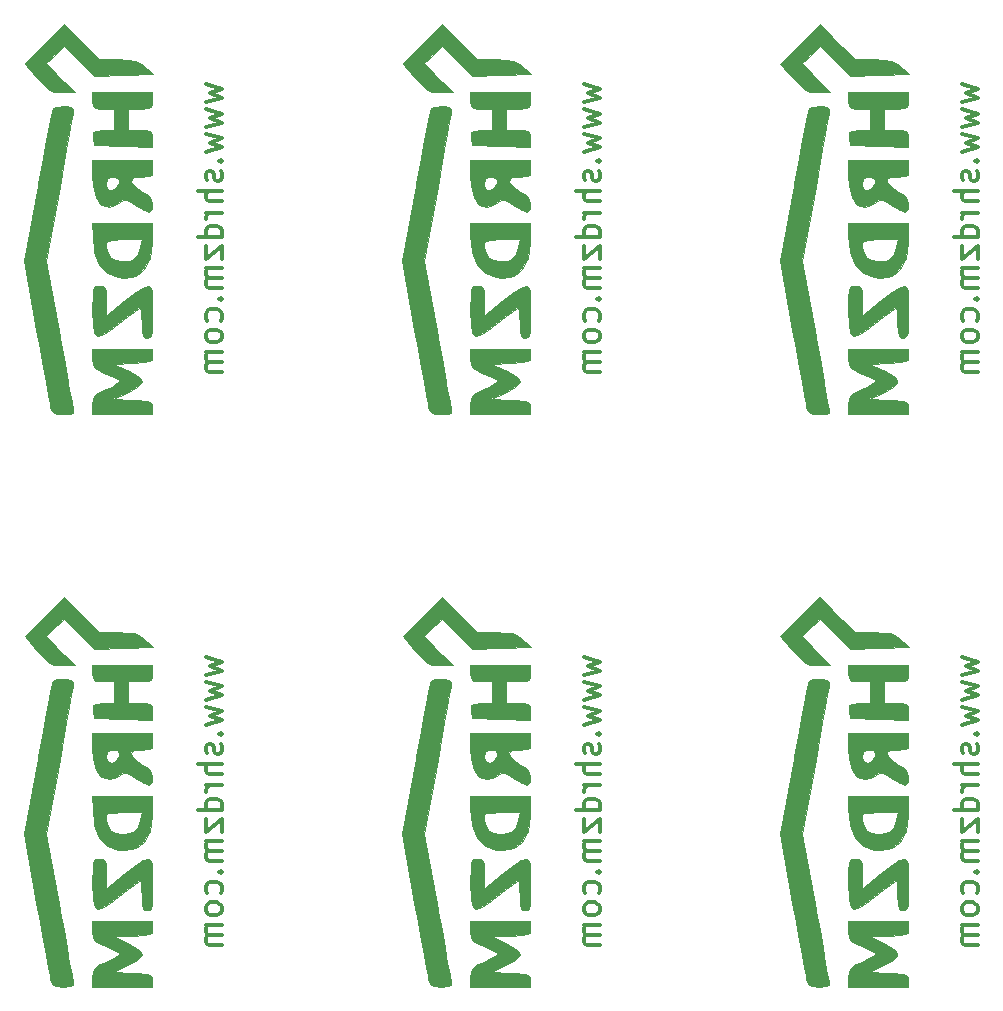
<source format=gbr>
G04 #@! TF.GenerationSoftware,KiCad,Pcbnew,(5.1.9)-1*
G04 #@! TF.CreationDate,2021-03-20T12:11:53+01:00*
G04 #@! TF.ProjectId,IM350,494d3335-302e-46b6-9963-61645f706362,rev?*
G04 #@! TF.SameCoordinates,Original*
G04 #@! TF.FileFunction,Legend,Bot*
G04 #@! TF.FilePolarity,Positive*
%FSLAX46Y46*%
G04 Gerber Fmt 4.6, Leading zero omitted, Abs format (unit mm)*
G04 Created by KiCad (PCBNEW (5.1.9)-1) date 2021-03-20 12:11:53*
%MOMM*%
%LPD*%
G01*
G04 APERTURE LIST*
%ADD10C,0.300000*%
%ADD11C,0.010000*%
G04 APERTURE END LIST*
D10*
X140071428Y-102214285D02*
X141404761Y-102595238D01*
X140452380Y-102976190D01*
X141404761Y-103357142D01*
X140071428Y-103738095D01*
X140071428Y-104309523D02*
X141404761Y-104690476D01*
X140452380Y-105071428D01*
X141404761Y-105452380D01*
X140071428Y-105833333D01*
X140071428Y-106404761D02*
X141404761Y-106785714D01*
X140452380Y-107166666D01*
X141404761Y-107547619D01*
X140071428Y-107928571D01*
X141214285Y-108690476D02*
X141309523Y-108785714D01*
X141404761Y-108690476D01*
X141309523Y-108595238D01*
X141214285Y-108690476D01*
X141404761Y-108690476D01*
X141309523Y-109547619D02*
X141404761Y-109738095D01*
X141404761Y-110119047D01*
X141309523Y-110309523D01*
X141119047Y-110404761D01*
X141023809Y-110404761D01*
X140833333Y-110309523D01*
X140738095Y-110119047D01*
X140738095Y-109833333D01*
X140642857Y-109642857D01*
X140452380Y-109547619D01*
X140357142Y-109547619D01*
X140166666Y-109642857D01*
X140071428Y-109833333D01*
X140071428Y-110119047D01*
X140166666Y-110309523D01*
X141404761Y-111261904D02*
X139404761Y-111261904D01*
X141404761Y-112119047D02*
X140357142Y-112119047D01*
X140166666Y-112023809D01*
X140071428Y-111833333D01*
X140071428Y-111547619D01*
X140166666Y-111357142D01*
X140261904Y-111261904D01*
X141404761Y-113071428D02*
X140071428Y-113071428D01*
X140452380Y-113071428D02*
X140261904Y-113166666D01*
X140166666Y-113261904D01*
X140071428Y-113452380D01*
X140071428Y-113642857D01*
X141404761Y-115166666D02*
X139404761Y-115166666D01*
X141309523Y-115166666D02*
X141404761Y-114976190D01*
X141404761Y-114595238D01*
X141309523Y-114404761D01*
X141214285Y-114309523D01*
X141023809Y-114214285D01*
X140452380Y-114214285D01*
X140261904Y-114309523D01*
X140166666Y-114404761D01*
X140071428Y-114595238D01*
X140071428Y-114976190D01*
X140166666Y-115166666D01*
X140071428Y-115928571D02*
X140071428Y-116976190D01*
X141404761Y-115928571D01*
X141404761Y-116976190D01*
X141404761Y-117738095D02*
X140071428Y-117738095D01*
X140261904Y-117738095D02*
X140166666Y-117833333D01*
X140071428Y-118023809D01*
X140071428Y-118309523D01*
X140166666Y-118500000D01*
X140357142Y-118595238D01*
X141404761Y-118595238D01*
X140357142Y-118595238D02*
X140166666Y-118690476D01*
X140071428Y-118880952D01*
X140071428Y-119166666D01*
X140166666Y-119357142D01*
X140357142Y-119452380D01*
X141404761Y-119452380D01*
X141214285Y-120404761D02*
X141309523Y-120500000D01*
X141404761Y-120404761D01*
X141309523Y-120309523D01*
X141214285Y-120404761D01*
X141404761Y-120404761D01*
X141309523Y-122214285D02*
X141404761Y-122023809D01*
X141404761Y-121642857D01*
X141309523Y-121452380D01*
X141214285Y-121357142D01*
X141023809Y-121261904D01*
X140452380Y-121261904D01*
X140261904Y-121357142D01*
X140166666Y-121452380D01*
X140071428Y-121642857D01*
X140071428Y-122023809D01*
X140166666Y-122214285D01*
X141404761Y-123357142D02*
X141309523Y-123166666D01*
X141214285Y-123071428D01*
X141023809Y-122976190D01*
X140452380Y-122976190D01*
X140261904Y-123071428D01*
X140166666Y-123166666D01*
X140071428Y-123357142D01*
X140071428Y-123642857D01*
X140166666Y-123833333D01*
X140261904Y-123928571D01*
X140452380Y-124023809D01*
X141023809Y-124023809D01*
X141214285Y-123928571D01*
X141309523Y-123833333D01*
X141404761Y-123642857D01*
X141404761Y-123357142D01*
X141404761Y-124880952D02*
X140071428Y-124880952D01*
X140261904Y-124880952D02*
X140166666Y-124976190D01*
X140071428Y-125166666D01*
X140071428Y-125452380D01*
X140166666Y-125642857D01*
X140357142Y-125738095D01*
X141404761Y-125738095D01*
X140357142Y-125738095D02*
X140166666Y-125833333D01*
X140071428Y-126023809D01*
X140071428Y-126309523D01*
X140166666Y-126499999D01*
X140357142Y-126595238D01*
X141404761Y-126595238D01*
X140071428Y-53714285D02*
X141404761Y-54095238D01*
X140452380Y-54476190D01*
X141404761Y-54857142D01*
X140071428Y-55238095D01*
X140071428Y-55809523D02*
X141404761Y-56190476D01*
X140452380Y-56571428D01*
X141404761Y-56952380D01*
X140071428Y-57333333D01*
X140071428Y-57904761D02*
X141404761Y-58285714D01*
X140452380Y-58666666D01*
X141404761Y-59047619D01*
X140071428Y-59428571D01*
X141214285Y-60190476D02*
X141309523Y-60285714D01*
X141404761Y-60190476D01*
X141309523Y-60095238D01*
X141214285Y-60190476D01*
X141404761Y-60190476D01*
X141309523Y-61047619D02*
X141404761Y-61238095D01*
X141404761Y-61619047D01*
X141309523Y-61809523D01*
X141119047Y-61904761D01*
X141023809Y-61904761D01*
X140833333Y-61809523D01*
X140738095Y-61619047D01*
X140738095Y-61333333D01*
X140642857Y-61142857D01*
X140452380Y-61047619D01*
X140357142Y-61047619D01*
X140166666Y-61142857D01*
X140071428Y-61333333D01*
X140071428Y-61619047D01*
X140166666Y-61809523D01*
X141404761Y-62761904D02*
X139404761Y-62761904D01*
X141404761Y-63619047D02*
X140357142Y-63619047D01*
X140166666Y-63523809D01*
X140071428Y-63333333D01*
X140071428Y-63047619D01*
X140166666Y-62857142D01*
X140261904Y-62761904D01*
X141404761Y-64571428D02*
X140071428Y-64571428D01*
X140452380Y-64571428D02*
X140261904Y-64666666D01*
X140166666Y-64761904D01*
X140071428Y-64952380D01*
X140071428Y-65142857D01*
X141404761Y-66666666D02*
X139404761Y-66666666D01*
X141309523Y-66666666D02*
X141404761Y-66476190D01*
X141404761Y-66095238D01*
X141309523Y-65904761D01*
X141214285Y-65809523D01*
X141023809Y-65714285D01*
X140452380Y-65714285D01*
X140261904Y-65809523D01*
X140166666Y-65904761D01*
X140071428Y-66095238D01*
X140071428Y-66476190D01*
X140166666Y-66666666D01*
X140071428Y-67428571D02*
X140071428Y-68476190D01*
X141404761Y-67428571D01*
X141404761Y-68476190D01*
X141404761Y-69238095D02*
X140071428Y-69238095D01*
X140261904Y-69238095D02*
X140166666Y-69333333D01*
X140071428Y-69523809D01*
X140071428Y-69809523D01*
X140166666Y-70000000D01*
X140357142Y-70095238D01*
X141404761Y-70095238D01*
X140357142Y-70095238D02*
X140166666Y-70190476D01*
X140071428Y-70380952D01*
X140071428Y-70666666D01*
X140166666Y-70857142D01*
X140357142Y-70952380D01*
X141404761Y-70952380D01*
X141214285Y-71904761D02*
X141309523Y-72000000D01*
X141404761Y-71904761D01*
X141309523Y-71809523D01*
X141214285Y-71904761D01*
X141404761Y-71904761D01*
X141309523Y-73714285D02*
X141404761Y-73523809D01*
X141404761Y-73142857D01*
X141309523Y-72952380D01*
X141214285Y-72857142D01*
X141023809Y-72761904D01*
X140452380Y-72761904D01*
X140261904Y-72857142D01*
X140166666Y-72952380D01*
X140071428Y-73142857D01*
X140071428Y-73523809D01*
X140166666Y-73714285D01*
X141404761Y-74857142D02*
X141309523Y-74666666D01*
X141214285Y-74571428D01*
X141023809Y-74476190D01*
X140452380Y-74476190D01*
X140261904Y-74571428D01*
X140166666Y-74666666D01*
X140071428Y-74857142D01*
X140071428Y-75142857D01*
X140166666Y-75333333D01*
X140261904Y-75428571D01*
X140452380Y-75523809D01*
X141023809Y-75523809D01*
X141214285Y-75428571D01*
X141309523Y-75333333D01*
X141404761Y-75142857D01*
X141404761Y-74857142D01*
X141404761Y-76380952D02*
X140071428Y-76380952D01*
X140261904Y-76380952D02*
X140166666Y-76476190D01*
X140071428Y-76666666D01*
X140071428Y-76952380D01*
X140166666Y-77142857D01*
X140357142Y-77238095D01*
X141404761Y-77238095D01*
X140357142Y-77238095D02*
X140166666Y-77333333D01*
X140071428Y-77523809D01*
X140071428Y-77809523D01*
X140166666Y-77999999D01*
X140357142Y-78095238D01*
X141404761Y-78095238D01*
X108071428Y-102214285D02*
X109404761Y-102595238D01*
X108452380Y-102976190D01*
X109404761Y-103357142D01*
X108071428Y-103738095D01*
X108071428Y-104309523D02*
X109404761Y-104690476D01*
X108452380Y-105071428D01*
X109404761Y-105452380D01*
X108071428Y-105833333D01*
X108071428Y-106404761D02*
X109404761Y-106785714D01*
X108452380Y-107166666D01*
X109404761Y-107547619D01*
X108071428Y-107928571D01*
X109214285Y-108690476D02*
X109309523Y-108785714D01*
X109404761Y-108690476D01*
X109309523Y-108595238D01*
X109214285Y-108690476D01*
X109404761Y-108690476D01*
X109309523Y-109547619D02*
X109404761Y-109738095D01*
X109404761Y-110119047D01*
X109309523Y-110309523D01*
X109119047Y-110404761D01*
X109023809Y-110404761D01*
X108833333Y-110309523D01*
X108738095Y-110119047D01*
X108738095Y-109833333D01*
X108642857Y-109642857D01*
X108452380Y-109547619D01*
X108357142Y-109547619D01*
X108166666Y-109642857D01*
X108071428Y-109833333D01*
X108071428Y-110119047D01*
X108166666Y-110309523D01*
X109404761Y-111261904D02*
X107404761Y-111261904D01*
X109404761Y-112119047D02*
X108357142Y-112119047D01*
X108166666Y-112023809D01*
X108071428Y-111833333D01*
X108071428Y-111547619D01*
X108166666Y-111357142D01*
X108261904Y-111261904D01*
X109404761Y-113071428D02*
X108071428Y-113071428D01*
X108452380Y-113071428D02*
X108261904Y-113166666D01*
X108166666Y-113261904D01*
X108071428Y-113452380D01*
X108071428Y-113642857D01*
X109404761Y-115166666D02*
X107404761Y-115166666D01*
X109309523Y-115166666D02*
X109404761Y-114976190D01*
X109404761Y-114595238D01*
X109309523Y-114404761D01*
X109214285Y-114309523D01*
X109023809Y-114214285D01*
X108452380Y-114214285D01*
X108261904Y-114309523D01*
X108166666Y-114404761D01*
X108071428Y-114595238D01*
X108071428Y-114976190D01*
X108166666Y-115166666D01*
X108071428Y-115928571D02*
X108071428Y-116976190D01*
X109404761Y-115928571D01*
X109404761Y-116976190D01*
X109404761Y-117738095D02*
X108071428Y-117738095D01*
X108261904Y-117738095D02*
X108166666Y-117833333D01*
X108071428Y-118023809D01*
X108071428Y-118309523D01*
X108166666Y-118500000D01*
X108357142Y-118595238D01*
X109404761Y-118595238D01*
X108357142Y-118595238D02*
X108166666Y-118690476D01*
X108071428Y-118880952D01*
X108071428Y-119166666D01*
X108166666Y-119357142D01*
X108357142Y-119452380D01*
X109404761Y-119452380D01*
X109214285Y-120404761D02*
X109309523Y-120499999D01*
X109404761Y-120404761D01*
X109309523Y-120309523D01*
X109214285Y-120404761D01*
X109404761Y-120404761D01*
X109309523Y-122214285D02*
X109404761Y-122023809D01*
X109404761Y-121642857D01*
X109309523Y-121452380D01*
X109214285Y-121357142D01*
X109023809Y-121261904D01*
X108452380Y-121261904D01*
X108261904Y-121357142D01*
X108166666Y-121452380D01*
X108071428Y-121642857D01*
X108071428Y-122023809D01*
X108166666Y-122214285D01*
X109404761Y-123357142D02*
X109309523Y-123166666D01*
X109214285Y-123071428D01*
X109023809Y-122976190D01*
X108452380Y-122976190D01*
X108261904Y-123071428D01*
X108166666Y-123166666D01*
X108071428Y-123357142D01*
X108071428Y-123642857D01*
X108166666Y-123833333D01*
X108261904Y-123928571D01*
X108452380Y-124023809D01*
X109023809Y-124023809D01*
X109214285Y-123928571D01*
X109309523Y-123833333D01*
X109404761Y-123642857D01*
X109404761Y-123357142D01*
X109404761Y-124880952D02*
X108071428Y-124880952D01*
X108261904Y-124880952D02*
X108166666Y-124976190D01*
X108071428Y-125166666D01*
X108071428Y-125452380D01*
X108166666Y-125642857D01*
X108357142Y-125738095D01*
X109404761Y-125738095D01*
X108357142Y-125738095D02*
X108166666Y-125833333D01*
X108071428Y-126023809D01*
X108071428Y-126309523D01*
X108166666Y-126499999D01*
X108357142Y-126595238D01*
X109404761Y-126595238D01*
X108071428Y-53714285D02*
X109404761Y-54095238D01*
X108452380Y-54476190D01*
X109404761Y-54857142D01*
X108071428Y-55238095D01*
X108071428Y-55809523D02*
X109404761Y-56190476D01*
X108452380Y-56571428D01*
X109404761Y-56952380D01*
X108071428Y-57333333D01*
X108071428Y-57904761D02*
X109404761Y-58285714D01*
X108452380Y-58666666D01*
X109404761Y-59047619D01*
X108071428Y-59428571D01*
X109214285Y-60190476D02*
X109309523Y-60285714D01*
X109404761Y-60190476D01*
X109309523Y-60095238D01*
X109214285Y-60190476D01*
X109404761Y-60190476D01*
X109309523Y-61047619D02*
X109404761Y-61238095D01*
X109404761Y-61619047D01*
X109309523Y-61809523D01*
X109119047Y-61904761D01*
X109023809Y-61904761D01*
X108833333Y-61809523D01*
X108738095Y-61619047D01*
X108738095Y-61333333D01*
X108642857Y-61142857D01*
X108452380Y-61047619D01*
X108357142Y-61047619D01*
X108166666Y-61142857D01*
X108071428Y-61333333D01*
X108071428Y-61619047D01*
X108166666Y-61809523D01*
X109404761Y-62761904D02*
X107404761Y-62761904D01*
X109404761Y-63619047D02*
X108357142Y-63619047D01*
X108166666Y-63523809D01*
X108071428Y-63333333D01*
X108071428Y-63047619D01*
X108166666Y-62857142D01*
X108261904Y-62761904D01*
X109404761Y-64571428D02*
X108071428Y-64571428D01*
X108452380Y-64571428D02*
X108261904Y-64666666D01*
X108166666Y-64761904D01*
X108071428Y-64952380D01*
X108071428Y-65142857D01*
X109404761Y-66666666D02*
X107404761Y-66666666D01*
X109309523Y-66666666D02*
X109404761Y-66476190D01*
X109404761Y-66095238D01*
X109309523Y-65904761D01*
X109214285Y-65809523D01*
X109023809Y-65714285D01*
X108452380Y-65714285D01*
X108261904Y-65809523D01*
X108166666Y-65904761D01*
X108071428Y-66095238D01*
X108071428Y-66476190D01*
X108166666Y-66666666D01*
X108071428Y-67428571D02*
X108071428Y-68476190D01*
X109404761Y-67428571D01*
X109404761Y-68476190D01*
X109404761Y-69238095D02*
X108071428Y-69238095D01*
X108261904Y-69238095D02*
X108166666Y-69333333D01*
X108071428Y-69523809D01*
X108071428Y-69809523D01*
X108166666Y-70000000D01*
X108357142Y-70095238D01*
X109404761Y-70095238D01*
X108357142Y-70095238D02*
X108166666Y-70190476D01*
X108071428Y-70380952D01*
X108071428Y-70666666D01*
X108166666Y-70857142D01*
X108357142Y-70952380D01*
X109404761Y-70952380D01*
X109214285Y-71904761D02*
X109309523Y-71999999D01*
X109404761Y-71904761D01*
X109309523Y-71809523D01*
X109214285Y-71904761D01*
X109404761Y-71904761D01*
X109309523Y-73714285D02*
X109404761Y-73523809D01*
X109404761Y-73142857D01*
X109309523Y-72952380D01*
X109214285Y-72857142D01*
X109023809Y-72761904D01*
X108452380Y-72761904D01*
X108261904Y-72857142D01*
X108166666Y-72952380D01*
X108071428Y-73142857D01*
X108071428Y-73523809D01*
X108166666Y-73714285D01*
X109404761Y-74857142D02*
X109309523Y-74666666D01*
X109214285Y-74571428D01*
X109023809Y-74476190D01*
X108452380Y-74476190D01*
X108261904Y-74571428D01*
X108166666Y-74666666D01*
X108071428Y-74857142D01*
X108071428Y-75142857D01*
X108166666Y-75333333D01*
X108261904Y-75428571D01*
X108452380Y-75523809D01*
X109023809Y-75523809D01*
X109214285Y-75428571D01*
X109309523Y-75333333D01*
X109404761Y-75142857D01*
X109404761Y-74857142D01*
X109404761Y-76380952D02*
X108071428Y-76380952D01*
X108261904Y-76380952D02*
X108166666Y-76476190D01*
X108071428Y-76666666D01*
X108071428Y-76952380D01*
X108166666Y-77142857D01*
X108357142Y-77238095D01*
X109404761Y-77238095D01*
X108357142Y-77238095D02*
X108166666Y-77333333D01*
X108071428Y-77523809D01*
X108071428Y-77809523D01*
X108166666Y-77999999D01*
X108357142Y-78095238D01*
X109404761Y-78095238D01*
X76071428Y-102214285D02*
X77404761Y-102595238D01*
X76452380Y-102976190D01*
X77404761Y-103357142D01*
X76071428Y-103738095D01*
X76071428Y-104309523D02*
X77404761Y-104690476D01*
X76452380Y-105071428D01*
X77404761Y-105452380D01*
X76071428Y-105833333D01*
X76071428Y-106404761D02*
X77404761Y-106785714D01*
X76452380Y-107166666D01*
X77404761Y-107547619D01*
X76071428Y-107928571D01*
X77214285Y-108690476D02*
X77309523Y-108785714D01*
X77404761Y-108690476D01*
X77309523Y-108595238D01*
X77214285Y-108690476D01*
X77404761Y-108690476D01*
X77309523Y-109547619D02*
X77404761Y-109738095D01*
X77404761Y-110119047D01*
X77309523Y-110309523D01*
X77119047Y-110404761D01*
X77023809Y-110404761D01*
X76833333Y-110309523D01*
X76738095Y-110119047D01*
X76738095Y-109833333D01*
X76642857Y-109642857D01*
X76452380Y-109547619D01*
X76357142Y-109547619D01*
X76166666Y-109642857D01*
X76071428Y-109833333D01*
X76071428Y-110119047D01*
X76166666Y-110309523D01*
X77404761Y-111261904D02*
X75404761Y-111261904D01*
X77404761Y-112119047D02*
X76357142Y-112119047D01*
X76166666Y-112023809D01*
X76071428Y-111833333D01*
X76071428Y-111547619D01*
X76166666Y-111357142D01*
X76261904Y-111261904D01*
X77404761Y-113071428D02*
X76071428Y-113071428D01*
X76452380Y-113071428D02*
X76261904Y-113166666D01*
X76166666Y-113261904D01*
X76071428Y-113452380D01*
X76071428Y-113642857D01*
X77404761Y-115166666D02*
X75404761Y-115166666D01*
X77309523Y-115166666D02*
X77404761Y-114976190D01*
X77404761Y-114595238D01*
X77309523Y-114404761D01*
X77214285Y-114309523D01*
X77023809Y-114214285D01*
X76452380Y-114214285D01*
X76261904Y-114309523D01*
X76166666Y-114404761D01*
X76071428Y-114595238D01*
X76071428Y-114976190D01*
X76166666Y-115166666D01*
X76071428Y-115928571D02*
X76071428Y-116976190D01*
X77404761Y-115928571D01*
X77404761Y-116976190D01*
X77404761Y-117738095D02*
X76071428Y-117738095D01*
X76261904Y-117738095D02*
X76166666Y-117833333D01*
X76071428Y-118023809D01*
X76071428Y-118309523D01*
X76166666Y-118500000D01*
X76357142Y-118595238D01*
X77404761Y-118595238D01*
X76357142Y-118595238D02*
X76166666Y-118690476D01*
X76071428Y-118880952D01*
X76071428Y-119166666D01*
X76166666Y-119357142D01*
X76357142Y-119452380D01*
X77404761Y-119452380D01*
X77214285Y-120404761D02*
X77309523Y-120499999D01*
X77404761Y-120404761D01*
X77309523Y-120309523D01*
X77214285Y-120404761D01*
X77404761Y-120404761D01*
X77309523Y-122214285D02*
X77404761Y-122023809D01*
X77404761Y-121642857D01*
X77309523Y-121452380D01*
X77214285Y-121357142D01*
X77023809Y-121261904D01*
X76452380Y-121261904D01*
X76261904Y-121357142D01*
X76166666Y-121452380D01*
X76071428Y-121642857D01*
X76071428Y-122023809D01*
X76166666Y-122214285D01*
X77404761Y-123357142D02*
X77309523Y-123166666D01*
X77214285Y-123071428D01*
X77023809Y-122976190D01*
X76452380Y-122976190D01*
X76261904Y-123071428D01*
X76166666Y-123166666D01*
X76071428Y-123357142D01*
X76071428Y-123642857D01*
X76166666Y-123833333D01*
X76261904Y-123928571D01*
X76452380Y-124023809D01*
X77023809Y-124023809D01*
X77214285Y-123928571D01*
X77309523Y-123833333D01*
X77404761Y-123642857D01*
X77404761Y-123357142D01*
X77404761Y-124880952D02*
X76071428Y-124880952D01*
X76261904Y-124880952D02*
X76166666Y-124976190D01*
X76071428Y-125166666D01*
X76071428Y-125452380D01*
X76166666Y-125642857D01*
X76357142Y-125738095D01*
X77404761Y-125738095D01*
X76357142Y-125738095D02*
X76166666Y-125833333D01*
X76071428Y-126023809D01*
X76071428Y-126309523D01*
X76166666Y-126500000D01*
X76357142Y-126595238D01*
X77404761Y-126595238D01*
X76071428Y-53714285D02*
X77404761Y-54095238D01*
X76452380Y-54476190D01*
X77404761Y-54857142D01*
X76071428Y-55238095D01*
X76071428Y-55809523D02*
X77404761Y-56190476D01*
X76452380Y-56571428D01*
X77404761Y-56952380D01*
X76071428Y-57333333D01*
X76071428Y-57904761D02*
X77404761Y-58285714D01*
X76452380Y-58666666D01*
X77404761Y-59047619D01*
X76071428Y-59428571D01*
X77214285Y-60190476D02*
X77309523Y-60285714D01*
X77404761Y-60190476D01*
X77309523Y-60095238D01*
X77214285Y-60190476D01*
X77404761Y-60190476D01*
X77309523Y-61047619D02*
X77404761Y-61238095D01*
X77404761Y-61619047D01*
X77309523Y-61809523D01*
X77119047Y-61904761D01*
X77023809Y-61904761D01*
X76833333Y-61809523D01*
X76738095Y-61619047D01*
X76738095Y-61333333D01*
X76642857Y-61142857D01*
X76452380Y-61047619D01*
X76357142Y-61047619D01*
X76166666Y-61142857D01*
X76071428Y-61333333D01*
X76071428Y-61619047D01*
X76166666Y-61809523D01*
X77404761Y-62761904D02*
X75404761Y-62761904D01*
X77404761Y-63619047D02*
X76357142Y-63619047D01*
X76166666Y-63523809D01*
X76071428Y-63333333D01*
X76071428Y-63047619D01*
X76166666Y-62857142D01*
X76261904Y-62761904D01*
X77404761Y-64571428D02*
X76071428Y-64571428D01*
X76452380Y-64571428D02*
X76261904Y-64666666D01*
X76166666Y-64761904D01*
X76071428Y-64952380D01*
X76071428Y-65142857D01*
X77404761Y-66666666D02*
X75404761Y-66666666D01*
X77309523Y-66666666D02*
X77404761Y-66476190D01*
X77404761Y-66095238D01*
X77309523Y-65904761D01*
X77214285Y-65809523D01*
X77023809Y-65714285D01*
X76452380Y-65714285D01*
X76261904Y-65809523D01*
X76166666Y-65904761D01*
X76071428Y-66095238D01*
X76071428Y-66476190D01*
X76166666Y-66666666D01*
X76071428Y-67428571D02*
X76071428Y-68476190D01*
X77404761Y-67428571D01*
X77404761Y-68476190D01*
X77404761Y-69238095D02*
X76071428Y-69238095D01*
X76261904Y-69238095D02*
X76166666Y-69333333D01*
X76071428Y-69523809D01*
X76071428Y-69809523D01*
X76166666Y-70000000D01*
X76357142Y-70095238D01*
X77404761Y-70095238D01*
X76357142Y-70095238D02*
X76166666Y-70190476D01*
X76071428Y-70380952D01*
X76071428Y-70666666D01*
X76166666Y-70857142D01*
X76357142Y-70952380D01*
X77404761Y-70952380D01*
X77214285Y-71904761D02*
X77309523Y-71999999D01*
X77404761Y-71904761D01*
X77309523Y-71809523D01*
X77214285Y-71904761D01*
X77404761Y-71904761D01*
X77309523Y-73714285D02*
X77404761Y-73523809D01*
X77404761Y-73142857D01*
X77309523Y-72952380D01*
X77214285Y-72857142D01*
X77023809Y-72761904D01*
X76452380Y-72761904D01*
X76261904Y-72857142D01*
X76166666Y-72952380D01*
X76071428Y-73142857D01*
X76071428Y-73523809D01*
X76166666Y-73714285D01*
X77404761Y-74857142D02*
X77309523Y-74666666D01*
X77214285Y-74571428D01*
X77023809Y-74476190D01*
X76452380Y-74476190D01*
X76261904Y-74571428D01*
X76166666Y-74666666D01*
X76071428Y-74857142D01*
X76071428Y-75142857D01*
X76166666Y-75333333D01*
X76261904Y-75428571D01*
X76452380Y-75523809D01*
X77023809Y-75523809D01*
X77214285Y-75428571D01*
X77309523Y-75333333D01*
X77404761Y-75142857D01*
X77404761Y-74857142D01*
X77404761Y-76380952D02*
X76071428Y-76380952D01*
X76261904Y-76380952D02*
X76166666Y-76476190D01*
X76071428Y-76666666D01*
X76071428Y-76952380D01*
X76166666Y-77142857D01*
X76357142Y-77238095D01*
X77404761Y-77238095D01*
X76357142Y-77238095D02*
X76166666Y-77333333D01*
X76071428Y-77523809D01*
X76071428Y-77809523D01*
X76166666Y-78000000D01*
X76357142Y-78095238D01*
X77404761Y-78095238D01*
D11*
G36*
X125717061Y-123007674D02*
G01*
X126010566Y-124626873D01*
X126283059Y-126124181D01*
X126521903Y-127430633D01*
X126714460Y-128477259D01*
X126848094Y-129195094D01*
X126904934Y-129490455D01*
X127046903Y-129906115D01*
X127343737Y-130086503D01*
X127940165Y-130125455D01*
X128511956Y-130092207D01*
X128825211Y-130009347D01*
X128845454Y-129978460D01*
X128805176Y-129721645D01*
X128691475Y-129070160D01*
X128515055Y-128083428D01*
X128286618Y-126820871D01*
X128016866Y-125341910D01*
X127716503Y-123705968D01*
X127680952Y-123513005D01*
X126516451Y-117194545D01*
X127680952Y-110876085D01*
X127984688Y-109218936D01*
X128258889Y-107705430D01*
X128492789Y-106396410D01*
X128675622Y-105352720D01*
X128796622Y-104635203D01*
X128845022Y-104304700D01*
X128845454Y-104295176D01*
X128642454Y-104119803D01*
X128142268Y-104034437D01*
X128050900Y-104032727D01*
X127478993Y-104089543D01*
X127138719Y-104228272D01*
X127123514Y-104247653D01*
X127048696Y-104522829D01*
X126903827Y-105192306D01*
X126700815Y-106195899D01*
X126451566Y-107473422D01*
X126167990Y-108964689D01*
X125861994Y-110609515D01*
X125824906Y-110811236D01*
X124659130Y-117159894D01*
X125717061Y-123007674D01*
G37*
X125717061Y-123007674D02*
X126010566Y-124626873D01*
X126283059Y-126124181D01*
X126521903Y-127430633D01*
X126714460Y-128477259D01*
X126848094Y-129195094D01*
X126904934Y-129490455D01*
X127046903Y-129906115D01*
X127343737Y-130086503D01*
X127940165Y-130125455D01*
X128511956Y-130092207D01*
X128825211Y-130009347D01*
X128845454Y-129978460D01*
X128805176Y-129721645D01*
X128691475Y-129070160D01*
X128515055Y-128083428D01*
X128286618Y-126820871D01*
X128016866Y-125341910D01*
X127716503Y-123705968D01*
X127680952Y-123513005D01*
X126516451Y-117194545D01*
X127680952Y-110876085D01*
X127984688Y-109218936D01*
X128258889Y-107705430D01*
X128492789Y-106396410D01*
X128675622Y-105352720D01*
X128796622Y-104635203D01*
X128845022Y-104304700D01*
X128845454Y-104295176D01*
X128642454Y-104119803D01*
X128142268Y-104034437D01*
X128050900Y-104032727D01*
X127478993Y-104089543D01*
X127138719Y-104228272D01*
X127123514Y-104247653D01*
X127048696Y-104522829D01*
X126903827Y-105192306D01*
X126700815Y-106195899D01*
X126451566Y-107473422D01*
X126167990Y-108964689D01*
X125861994Y-110609515D01*
X125824906Y-110811236D01*
X124659130Y-117159894D01*
X125717061Y-123007674D01*
G36*
X130496136Y-125895429D02*
G01*
X130670983Y-126212548D01*
X131094195Y-126477470D01*
X131616363Y-126705401D01*
X132256220Y-126999891D01*
X132675473Y-127247657D01*
X132770909Y-127354545D01*
X132576068Y-127529365D01*
X132074721Y-127799208D01*
X131616363Y-128003690D01*
X130946186Y-128306606D01*
X130602406Y-128573805D01*
X130477186Y-128926784D01*
X130461818Y-129304476D01*
X130461818Y-130125455D01*
X135541818Y-130125455D01*
X135541818Y-129558298D01*
X135515048Y-129264735D01*
X135368948Y-129089308D01*
X135004829Y-128994585D01*
X134324002Y-128943132D01*
X133867727Y-128923298D01*
X132193636Y-128855455D01*
X133405909Y-128307474D01*
X134212638Y-127867728D01*
X134590872Y-127476133D01*
X134618181Y-127354545D01*
X134393411Y-126983463D01*
X133732945Y-126558569D01*
X133405909Y-126401617D01*
X132193636Y-125853636D01*
X133867727Y-125785793D01*
X134731043Y-125741738D01*
X135231377Y-125671965D01*
X135467418Y-125539041D01*
X135537853Y-125305533D01*
X135541818Y-125150793D01*
X135541818Y-124583636D01*
X130461818Y-124583636D01*
X130461818Y-125404615D01*
X130496136Y-125895429D01*
G37*
X130496136Y-125895429D02*
X130670983Y-126212548D01*
X131094195Y-126477470D01*
X131616363Y-126705401D01*
X132256220Y-126999891D01*
X132675473Y-127247657D01*
X132770909Y-127354545D01*
X132576068Y-127529365D01*
X132074721Y-127799208D01*
X131616363Y-128003690D01*
X130946186Y-128306606D01*
X130602406Y-128573805D01*
X130477186Y-128926784D01*
X130461818Y-129304476D01*
X130461818Y-130125455D01*
X135541818Y-130125455D01*
X135541818Y-129558298D01*
X135515048Y-129264735D01*
X135368948Y-129089308D01*
X135004829Y-128994585D01*
X134324002Y-128943132D01*
X133867727Y-128923298D01*
X132193636Y-128855455D01*
X133405909Y-128307474D01*
X134212638Y-127867728D01*
X134590872Y-127476133D01*
X134618181Y-127354545D01*
X134393411Y-126983463D01*
X133732945Y-126558569D01*
X133405909Y-126401617D01*
X132193636Y-125853636D01*
X133867727Y-125785793D01*
X134731043Y-125741738D01*
X135231377Y-125671965D01*
X135467418Y-125539041D01*
X135537853Y-125305533D01*
X135541818Y-125150793D01*
X135541818Y-124583636D01*
X130461818Y-124583636D01*
X130461818Y-125404615D01*
X130496136Y-125895429D01*
G36*
X130486845Y-122512665D02*
G01*
X130596570Y-123233746D01*
X130842964Y-123545510D01*
X131277993Y-123472067D01*
X131953626Y-123037529D01*
X132740129Y-122415182D01*
X133461922Y-121837411D01*
X134047470Y-121392447D01*
X134407237Y-121147299D01*
X134470704Y-121120000D01*
X134551485Y-121328873D01*
X134605052Y-121867658D01*
X134618181Y-122390000D01*
X134638226Y-123123931D01*
X134724894Y-123506267D01*
X134917981Y-123646455D01*
X135080000Y-123660000D01*
X135294643Y-123626875D01*
X135430110Y-123470391D01*
X135504437Y-123104881D01*
X135535658Y-122444679D01*
X135541818Y-121466364D01*
X135533022Y-120440998D01*
X135496120Y-119793239D01*
X135415343Y-119439040D01*
X135274919Y-119294356D01*
X135130205Y-119272727D01*
X134773596Y-119413733D01*
X134178026Y-119789794D01*
X133450873Y-120330471D01*
X133167477Y-120560215D01*
X131616363Y-121847703D01*
X131616363Y-120560215D01*
X131601850Y-119826626D01*
X131524744Y-119442405D01*
X131334701Y-119295266D01*
X131039091Y-119272727D01*
X130766199Y-119289188D01*
X130596586Y-119397714D01*
X130505696Y-119687020D01*
X130468969Y-120245821D01*
X130461850Y-121162833D01*
X130461818Y-121358156D01*
X130486845Y-122512665D01*
G37*
X130486845Y-122512665D02*
X130596570Y-123233746D01*
X130842964Y-123545510D01*
X131277993Y-123472067D01*
X131953626Y-123037529D01*
X132740129Y-122415182D01*
X133461922Y-121837411D01*
X134047470Y-121392447D01*
X134407237Y-121147299D01*
X134470704Y-121120000D01*
X134551485Y-121328873D01*
X134605052Y-121867658D01*
X134618181Y-122390000D01*
X134638226Y-123123931D01*
X134724894Y-123506267D01*
X134917981Y-123646455D01*
X135080000Y-123660000D01*
X135294643Y-123626875D01*
X135430110Y-123470391D01*
X135504437Y-123104881D01*
X135535658Y-122444679D01*
X135541818Y-121466364D01*
X135533022Y-120440998D01*
X135496120Y-119793239D01*
X135415343Y-119439040D01*
X135274919Y-119294356D01*
X135130205Y-119272727D01*
X134773596Y-119413733D01*
X134178026Y-119789794D01*
X133450873Y-120330471D01*
X133167477Y-120560215D01*
X131616363Y-121847703D01*
X131616363Y-120560215D01*
X131601850Y-119826626D01*
X131524744Y-119442405D01*
X131334701Y-119295266D01*
X131039091Y-119272727D01*
X130766199Y-119289188D01*
X130596586Y-119397714D01*
X130505696Y-119687020D01*
X130468969Y-120245821D01*
X130461850Y-121162833D01*
X130461818Y-121358156D01*
X130486845Y-122512665D01*
G36*
X130463106Y-114943182D02*
G01*
X130603587Y-116392018D01*
X131017315Y-117480493D01*
X131699123Y-118201492D01*
X132643840Y-118547900D01*
X133104872Y-118580000D01*
X134116709Y-118399507D01*
X134855900Y-117854574D01*
X135326202Y-116940015D01*
X135531370Y-115650647D01*
X135541818Y-115216786D01*
X135541818Y-113961818D01*
X133121672Y-113961818D01*
X133121672Y-115347273D01*
X134626980Y-115347273D01*
X134475287Y-115982273D01*
X134283473Y-116558327D01*
X134096250Y-116905909D01*
X133669201Y-117132366D01*
X133027147Y-117181523D01*
X132378403Y-117060684D01*
X131979220Y-116831688D01*
X131689040Y-116316415D01*
X131616363Y-115908052D01*
X131644690Y-115606819D01*
X131799044Y-115438836D01*
X132183485Y-115365337D01*
X132902073Y-115347557D01*
X133121672Y-115347273D01*
X133121672Y-113961818D01*
X130461818Y-113961818D01*
X130463106Y-114943182D01*
G37*
X130463106Y-114943182D02*
X130603587Y-116392018D01*
X131017315Y-117480493D01*
X131699123Y-118201492D01*
X132643840Y-118547900D01*
X133104872Y-118580000D01*
X134116709Y-118399507D01*
X134855900Y-117854574D01*
X135326202Y-116940015D01*
X135531370Y-115650647D01*
X135541818Y-115216786D01*
X135541818Y-113961818D01*
X133121672Y-113961818D01*
X133121672Y-115347273D01*
X134626980Y-115347273D01*
X134475287Y-115982273D01*
X134283473Y-116558327D01*
X134096250Y-116905909D01*
X133669201Y-117132366D01*
X133027147Y-117181523D01*
X132378403Y-117060684D01*
X131979220Y-116831688D01*
X131689040Y-116316415D01*
X131616363Y-115908052D01*
X131644690Y-115606819D01*
X131799044Y-115438836D01*
X132183485Y-115365337D01*
X132902073Y-115347557D01*
X133121672Y-115347273D01*
X133121672Y-113961818D01*
X130461818Y-113961818D01*
X130463106Y-114943182D01*
G36*
X130546235Y-110857163D02*
G01*
X130776401Y-111735316D01*
X131117685Y-112306962D01*
X131226718Y-112394946D01*
X131882505Y-112565610D01*
X132569532Y-112372746D01*
X132793121Y-112209898D01*
X133077610Y-112008835D01*
X133371679Y-112020776D01*
X133825884Y-112272796D01*
X134077178Y-112440807D01*
X134812785Y-112884752D01*
X135268546Y-113003520D01*
X135493792Y-112795842D01*
X135541194Y-112403182D01*
X135436356Y-111915390D01*
X135051108Y-111527836D01*
X134678010Y-111306364D01*
X134120334Y-110927229D01*
X133777117Y-110542275D01*
X133738066Y-110440455D01*
X133769813Y-110178422D01*
X134068632Y-110060205D01*
X134601250Y-110036364D01*
X135200492Y-110010272D01*
X135469616Y-109867546D01*
X135539887Y-109511506D01*
X135541818Y-109343636D01*
X135541818Y-108650909D01*
X132209696Y-108650909D01*
X132209696Y-110036364D01*
X132642177Y-110111745D01*
X132743785Y-110416047D01*
X132729241Y-110555909D01*
X132466292Y-111022726D01*
X132135909Y-111149242D01*
X131747837Y-111118270D01*
X131621022Y-110788761D01*
X131616363Y-110629696D01*
X131704860Y-110183193D01*
X132062941Y-110040743D01*
X132209696Y-110036364D01*
X132209696Y-108650909D01*
X130461818Y-108650909D01*
X130461818Y-109790422D01*
X130546235Y-110857163D01*
G37*
X130546235Y-110857163D02*
X130776401Y-111735316D01*
X131117685Y-112306962D01*
X131226718Y-112394946D01*
X131882505Y-112565610D01*
X132569532Y-112372746D01*
X132793121Y-112209898D01*
X133077610Y-112008835D01*
X133371679Y-112020776D01*
X133825884Y-112272796D01*
X134077178Y-112440807D01*
X134812785Y-112884752D01*
X135268546Y-113003520D01*
X135493792Y-112795842D01*
X135541194Y-112403182D01*
X135436356Y-111915390D01*
X135051108Y-111527836D01*
X134678010Y-111306364D01*
X134120334Y-110927229D01*
X133777117Y-110542275D01*
X133738066Y-110440455D01*
X133769813Y-110178422D01*
X134068632Y-110060205D01*
X134601250Y-110036364D01*
X135200492Y-110010272D01*
X135469616Y-109867546D01*
X135539887Y-109511506D01*
X135541818Y-109343636D01*
X135541818Y-108650909D01*
X132209696Y-108650909D01*
X132209696Y-110036364D01*
X132642177Y-110111745D01*
X132743785Y-110416047D01*
X132729241Y-110555909D01*
X132466292Y-111022726D01*
X132135909Y-111149242D01*
X131747837Y-111118270D01*
X131621022Y-110788761D01*
X131616363Y-110629696D01*
X131704860Y-110183193D01*
X132062941Y-110040743D01*
X132209696Y-110036364D01*
X132209696Y-108650909D01*
X130461818Y-108650909D01*
X130461818Y-109790422D01*
X130546235Y-110857163D01*
G36*
X130498292Y-104015091D02*
G01*
X130695944Y-104212549D01*
X131187122Y-104262543D01*
X131385454Y-104263636D01*
X132309091Y-104263636D01*
X132309091Y-106110909D01*
X131370117Y-106110909D01*
X130775193Y-106135044D01*
X130521424Y-106266253D01*
X130488531Y-106592738D01*
X130504208Y-106745909D01*
X130577272Y-107380909D01*
X133059545Y-107446448D01*
X135541818Y-107511988D01*
X135541818Y-106811448D01*
X135512352Y-106380722D01*
X135340367Y-106176720D01*
X134900487Y-106114916D01*
X134502727Y-106110909D01*
X133463636Y-106110909D01*
X133463636Y-104263636D01*
X134502727Y-104263636D01*
X135141680Y-104243555D01*
X135444309Y-104127610D01*
X135535944Y-103832247D01*
X135541818Y-103570909D01*
X135541818Y-102878182D01*
X130461818Y-102878182D01*
X130461818Y-103570909D01*
X130498292Y-104015091D01*
G37*
X130498292Y-104015091D02*
X130695944Y-104212549D01*
X131187122Y-104262543D01*
X131385454Y-104263636D01*
X132309091Y-104263636D01*
X132309091Y-106110909D01*
X131370117Y-106110909D01*
X130775193Y-106135044D01*
X130521424Y-106266253D01*
X130488531Y-106592738D01*
X130504208Y-106745909D01*
X130577272Y-107380909D01*
X133059545Y-107446448D01*
X135541818Y-107511988D01*
X135541818Y-106811448D01*
X135512352Y-106380722D01*
X135340367Y-106176720D01*
X134900487Y-106114916D01*
X134502727Y-106110909D01*
X133463636Y-106110909D01*
X133463636Y-104263636D01*
X134502727Y-104263636D01*
X135141680Y-104243555D01*
X135444309Y-104127610D01*
X135535944Y-103832247D01*
X135541818Y-103570909D01*
X135541818Y-102878182D01*
X130461818Y-102878182D01*
X130461818Y-103570909D01*
X130498292Y-104015091D01*
G36*
X125759720Y-101665909D02*
G01*
X126340303Y-102310177D01*
X126770803Y-102673828D01*
X127190181Y-102836427D01*
X127737399Y-102877537D01*
X127876992Y-102878182D01*
X128945133Y-102878182D01*
X127742149Y-101660067D01*
X126539166Y-100441952D01*
X127282657Y-99698461D01*
X128026148Y-98954971D01*
X129316738Y-100232094D01*
X130607328Y-101509218D01*
X133090599Y-101443245D01*
X135573871Y-101377273D01*
X134910209Y-100742273D01*
X134500821Y-100399175D01*
X134076390Y-100207457D01*
X133484816Y-100124410D01*
X132648614Y-100107273D01*
X131050680Y-100107273D01*
X129538189Y-98606372D01*
X128025698Y-97105470D01*
X124710588Y-100453636D01*
X125759720Y-101665909D01*
G37*
X125759720Y-101665909D02*
X126340303Y-102310177D01*
X126770803Y-102673828D01*
X127190181Y-102836427D01*
X127737399Y-102877537D01*
X127876992Y-102878182D01*
X128945133Y-102878182D01*
X127742149Y-101660067D01*
X126539166Y-100441952D01*
X127282657Y-99698461D01*
X128026148Y-98954971D01*
X129316738Y-100232094D01*
X130607328Y-101509218D01*
X133090599Y-101443245D01*
X135573871Y-101377273D01*
X134910209Y-100742273D01*
X134500821Y-100399175D01*
X134076390Y-100207457D01*
X133484816Y-100124410D01*
X132648614Y-100107273D01*
X131050680Y-100107273D01*
X129538189Y-98606372D01*
X128025698Y-97105470D01*
X124710588Y-100453636D01*
X125759720Y-101665909D01*
G36*
X125759720Y-53165909D02*
G01*
X126340303Y-53810177D01*
X126770803Y-54173828D01*
X127190181Y-54336427D01*
X127737399Y-54377537D01*
X127876992Y-54378182D01*
X128945133Y-54378182D01*
X127742149Y-53160067D01*
X126539166Y-51941952D01*
X127282657Y-51198461D01*
X128026148Y-50454971D01*
X129316738Y-51732094D01*
X130607328Y-53009218D01*
X133090599Y-52943245D01*
X135573871Y-52877273D01*
X134910209Y-52242273D01*
X134500821Y-51899175D01*
X134076390Y-51707457D01*
X133484816Y-51624410D01*
X132648614Y-51607273D01*
X131050680Y-51607273D01*
X129538189Y-50106372D01*
X128025698Y-48605470D01*
X124710588Y-51953636D01*
X125759720Y-53165909D01*
G37*
X125759720Y-53165909D02*
X126340303Y-53810177D01*
X126770803Y-54173828D01*
X127190181Y-54336427D01*
X127737399Y-54377537D01*
X127876992Y-54378182D01*
X128945133Y-54378182D01*
X127742149Y-53160067D01*
X126539166Y-51941952D01*
X127282657Y-51198461D01*
X128026148Y-50454971D01*
X129316738Y-51732094D01*
X130607328Y-53009218D01*
X133090599Y-52943245D01*
X135573871Y-52877273D01*
X134910209Y-52242273D01*
X134500821Y-51899175D01*
X134076390Y-51707457D01*
X133484816Y-51624410D01*
X132648614Y-51607273D01*
X131050680Y-51607273D01*
X129538189Y-50106372D01*
X128025698Y-48605470D01*
X124710588Y-51953636D01*
X125759720Y-53165909D01*
G36*
X130498292Y-55515091D02*
G01*
X130695944Y-55712549D01*
X131187122Y-55762543D01*
X131385454Y-55763636D01*
X132309091Y-55763636D01*
X132309091Y-57610909D01*
X131370117Y-57610909D01*
X130775193Y-57635044D01*
X130521424Y-57766253D01*
X130488531Y-58092738D01*
X130504208Y-58245909D01*
X130577272Y-58880909D01*
X133059545Y-58946448D01*
X135541818Y-59011988D01*
X135541818Y-58311448D01*
X135512352Y-57880722D01*
X135340367Y-57676720D01*
X134900487Y-57614916D01*
X134502727Y-57610909D01*
X133463636Y-57610909D01*
X133463636Y-55763636D01*
X134502727Y-55763636D01*
X135141680Y-55743555D01*
X135444309Y-55627610D01*
X135535944Y-55332247D01*
X135541818Y-55070909D01*
X135541818Y-54378182D01*
X130461818Y-54378182D01*
X130461818Y-55070909D01*
X130498292Y-55515091D01*
G37*
X130498292Y-55515091D02*
X130695944Y-55712549D01*
X131187122Y-55762543D01*
X131385454Y-55763636D01*
X132309091Y-55763636D01*
X132309091Y-57610909D01*
X131370117Y-57610909D01*
X130775193Y-57635044D01*
X130521424Y-57766253D01*
X130488531Y-58092738D01*
X130504208Y-58245909D01*
X130577272Y-58880909D01*
X133059545Y-58946448D01*
X135541818Y-59011988D01*
X135541818Y-58311448D01*
X135512352Y-57880722D01*
X135340367Y-57676720D01*
X134900487Y-57614916D01*
X134502727Y-57610909D01*
X133463636Y-57610909D01*
X133463636Y-55763636D01*
X134502727Y-55763636D01*
X135141680Y-55743555D01*
X135444309Y-55627610D01*
X135535944Y-55332247D01*
X135541818Y-55070909D01*
X135541818Y-54378182D01*
X130461818Y-54378182D01*
X130461818Y-55070909D01*
X130498292Y-55515091D01*
G36*
X130546235Y-62357163D02*
G01*
X130776401Y-63235316D01*
X131117685Y-63806962D01*
X131226718Y-63894946D01*
X131882505Y-64065610D01*
X132569532Y-63872746D01*
X132793121Y-63709898D01*
X133077610Y-63508835D01*
X133371679Y-63520776D01*
X133825884Y-63772796D01*
X134077178Y-63940807D01*
X134812785Y-64384752D01*
X135268546Y-64503520D01*
X135493792Y-64295842D01*
X135541194Y-63903182D01*
X135436356Y-63415390D01*
X135051108Y-63027836D01*
X134678010Y-62806364D01*
X134120334Y-62427229D01*
X133777117Y-62042275D01*
X133738066Y-61940455D01*
X133769813Y-61678422D01*
X134068632Y-61560205D01*
X134601250Y-61536364D01*
X135200492Y-61510272D01*
X135469616Y-61367546D01*
X135539887Y-61011506D01*
X135541818Y-60843636D01*
X135541818Y-60150909D01*
X132209696Y-60150909D01*
X132209696Y-61536364D01*
X132642177Y-61611745D01*
X132743785Y-61916047D01*
X132729241Y-62055909D01*
X132466292Y-62522726D01*
X132135909Y-62649242D01*
X131747837Y-62618270D01*
X131621022Y-62288761D01*
X131616363Y-62129696D01*
X131704860Y-61683193D01*
X132062941Y-61540743D01*
X132209696Y-61536364D01*
X132209696Y-60150909D01*
X130461818Y-60150909D01*
X130461818Y-61290422D01*
X130546235Y-62357163D01*
G37*
X130546235Y-62357163D02*
X130776401Y-63235316D01*
X131117685Y-63806962D01*
X131226718Y-63894946D01*
X131882505Y-64065610D01*
X132569532Y-63872746D01*
X132793121Y-63709898D01*
X133077610Y-63508835D01*
X133371679Y-63520776D01*
X133825884Y-63772796D01*
X134077178Y-63940807D01*
X134812785Y-64384752D01*
X135268546Y-64503520D01*
X135493792Y-64295842D01*
X135541194Y-63903182D01*
X135436356Y-63415390D01*
X135051108Y-63027836D01*
X134678010Y-62806364D01*
X134120334Y-62427229D01*
X133777117Y-62042275D01*
X133738066Y-61940455D01*
X133769813Y-61678422D01*
X134068632Y-61560205D01*
X134601250Y-61536364D01*
X135200492Y-61510272D01*
X135469616Y-61367546D01*
X135539887Y-61011506D01*
X135541818Y-60843636D01*
X135541818Y-60150909D01*
X132209696Y-60150909D01*
X132209696Y-61536364D01*
X132642177Y-61611745D01*
X132743785Y-61916047D01*
X132729241Y-62055909D01*
X132466292Y-62522726D01*
X132135909Y-62649242D01*
X131747837Y-62618270D01*
X131621022Y-62288761D01*
X131616363Y-62129696D01*
X131704860Y-61683193D01*
X132062941Y-61540743D01*
X132209696Y-61536364D01*
X132209696Y-60150909D01*
X130461818Y-60150909D01*
X130461818Y-61290422D01*
X130546235Y-62357163D01*
G36*
X130463106Y-66443182D02*
G01*
X130603587Y-67892018D01*
X131017315Y-68980493D01*
X131699123Y-69701492D01*
X132643840Y-70047900D01*
X133104872Y-70080000D01*
X134116709Y-69899507D01*
X134855900Y-69354574D01*
X135326202Y-68440015D01*
X135531370Y-67150647D01*
X135541818Y-66716786D01*
X135541818Y-65461818D01*
X133121672Y-65461818D01*
X133121672Y-66847273D01*
X134626980Y-66847273D01*
X134475287Y-67482273D01*
X134283473Y-68058327D01*
X134096250Y-68405909D01*
X133669201Y-68632366D01*
X133027147Y-68681523D01*
X132378403Y-68560684D01*
X131979220Y-68331688D01*
X131689040Y-67816415D01*
X131616363Y-67408052D01*
X131644690Y-67106819D01*
X131799044Y-66938836D01*
X132183485Y-66865337D01*
X132902073Y-66847557D01*
X133121672Y-66847273D01*
X133121672Y-65461818D01*
X130461818Y-65461818D01*
X130463106Y-66443182D01*
G37*
X130463106Y-66443182D02*
X130603587Y-67892018D01*
X131017315Y-68980493D01*
X131699123Y-69701492D01*
X132643840Y-70047900D01*
X133104872Y-70080000D01*
X134116709Y-69899507D01*
X134855900Y-69354574D01*
X135326202Y-68440015D01*
X135531370Y-67150647D01*
X135541818Y-66716786D01*
X135541818Y-65461818D01*
X133121672Y-65461818D01*
X133121672Y-66847273D01*
X134626980Y-66847273D01*
X134475287Y-67482273D01*
X134283473Y-68058327D01*
X134096250Y-68405909D01*
X133669201Y-68632366D01*
X133027147Y-68681523D01*
X132378403Y-68560684D01*
X131979220Y-68331688D01*
X131689040Y-67816415D01*
X131616363Y-67408052D01*
X131644690Y-67106819D01*
X131799044Y-66938836D01*
X132183485Y-66865337D01*
X132902073Y-66847557D01*
X133121672Y-66847273D01*
X133121672Y-65461818D01*
X130461818Y-65461818D01*
X130463106Y-66443182D01*
G36*
X130486845Y-74012665D02*
G01*
X130596570Y-74733746D01*
X130842964Y-75045510D01*
X131277993Y-74972067D01*
X131953626Y-74537529D01*
X132740129Y-73915182D01*
X133461922Y-73337411D01*
X134047470Y-72892447D01*
X134407237Y-72647299D01*
X134470704Y-72620000D01*
X134551485Y-72828873D01*
X134605052Y-73367658D01*
X134618181Y-73890000D01*
X134638226Y-74623931D01*
X134724894Y-75006267D01*
X134917981Y-75146455D01*
X135080000Y-75160000D01*
X135294643Y-75126875D01*
X135430110Y-74970391D01*
X135504437Y-74604881D01*
X135535658Y-73944679D01*
X135541818Y-72966364D01*
X135533022Y-71940998D01*
X135496120Y-71293239D01*
X135415343Y-70939040D01*
X135274919Y-70794356D01*
X135130205Y-70772727D01*
X134773596Y-70913733D01*
X134178026Y-71289794D01*
X133450873Y-71830471D01*
X133167477Y-72060215D01*
X131616363Y-73347703D01*
X131616363Y-72060215D01*
X131601850Y-71326626D01*
X131524744Y-70942405D01*
X131334701Y-70795266D01*
X131039091Y-70772727D01*
X130766199Y-70789188D01*
X130596586Y-70897714D01*
X130505696Y-71187020D01*
X130468969Y-71745821D01*
X130461850Y-72662833D01*
X130461818Y-72858156D01*
X130486845Y-74012665D01*
G37*
X130486845Y-74012665D02*
X130596570Y-74733746D01*
X130842964Y-75045510D01*
X131277993Y-74972067D01*
X131953626Y-74537529D01*
X132740129Y-73915182D01*
X133461922Y-73337411D01*
X134047470Y-72892447D01*
X134407237Y-72647299D01*
X134470704Y-72620000D01*
X134551485Y-72828873D01*
X134605052Y-73367658D01*
X134618181Y-73890000D01*
X134638226Y-74623931D01*
X134724894Y-75006267D01*
X134917981Y-75146455D01*
X135080000Y-75160000D01*
X135294643Y-75126875D01*
X135430110Y-74970391D01*
X135504437Y-74604881D01*
X135535658Y-73944679D01*
X135541818Y-72966364D01*
X135533022Y-71940998D01*
X135496120Y-71293239D01*
X135415343Y-70939040D01*
X135274919Y-70794356D01*
X135130205Y-70772727D01*
X134773596Y-70913733D01*
X134178026Y-71289794D01*
X133450873Y-71830471D01*
X133167477Y-72060215D01*
X131616363Y-73347703D01*
X131616363Y-72060215D01*
X131601850Y-71326626D01*
X131524744Y-70942405D01*
X131334701Y-70795266D01*
X131039091Y-70772727D01*
X130766199Y-70789188D01*
X130596586Y-70897714D01*
X130505696Y-71187020D01*
X130468969Y-71745821D01*
X130461850Y-72662833D01*
X130461818Y-72858156D01*
X130486845Y-74012665D01*
G36*
X130496136Y-77395429D02*
G01*
X130670983Y-77712548D01*
X131094195Y-77977470D01*
X131616363Y-78205401D01*
X132256220Y-78499891D01*
X132675473Y-78747657D01*
X132770909Y-78854545D01*
X132576068Y-79029365D01*
X132074721Y-79299208D01*
X131616363Y-79503690D01*
X130946186Y-79806606D01*
X130602406Y-80073805D01*
X130477186Y-80426784D01*
X130461818Y-80804476D01*
X130461818Y-81625455D01*
X135541818Y-81625455D01*
X135541818Y-81058298D01*
X135515048Y-80764735D01*
X135368948Y-80589308D01*
X135004829Y-80494585D01*
X134324002Y-80443132D01*
X133867727Y-80423298D01*
X132193636Y-80355455D01*
X133405909Y-79807474D01*
X134212638Y-79367728D01*
X134590872Y-78976133D01*
X134618181Y-78854545D01*
X134393411Y-78483463D01*
X133732945Y-78058569D01*
X133405909Y-77901617D01*
X132193636Y-77353636D01*
X133867727Y-77285793D01*
X134731043Y-77241738D01*
X135231377Y-77171965D01*
X135467418Y-77039041D01*
X135537853Y-76805533D01*
X135541818Y-76650793D01*
X135541818Y-76083636D01*
X130461818Y-76083636D01*
X130461818Y-76904615D01*
X130496136Y-77395429D01*
G37*
X130496136Y-77395429D02*
X130670983Y-77712548D01*
X131094195Y-77977470D01*
X131616363Y-78205401D01*
X132256220Y-78499891D01*
X132675473Y-78747657D01*
X132770909Y-78854545D01*
X132576068Y-79029365D01*
X132074721Y-79299208D01*
X131616363Y-79503690D01*
X130946186Y-79806606D01*
X130602406Y-80073805D01*
X130477186Y-80426784D01*
X130461818Y-80804476D01*
X130461818Y-81625455D01*
X135541818Y-81625455D01*
X135541818Y-81058298D01*
X135515048Y-80764735D01*
X135368948Y-80589308D01*
X135004829Y-80494585D01*
X134324002Y-80443132D01*
X133867727Y-80423298D01*
X132193636Y-80355455D01*
X133405909Y-79807474D01*
X134212638Y-79367728D01*
X134590872Y-78976133D01*
X134618181Y-78854545D01*
X134393411Y-78483463D01*
X133732945Y-78058569D01*
X133405909Y-77901617D01*
X132193636Y-77353636D01*
X133867727Y-77285793D01*
X134731043Y-77241738D01*
X135231377Y-77171965D01*
X135467418Y-77039041D01*
X135537853Y-76805533D01*
X135541818Y-76650793D01*
X135541818Y-76083636D01*
X130461818Y-76083636D01*
X130461818Y-76904615D01*
X130496136Y-77395429D01*
G36*
X125717061Y-74507674D02*
G01*
X126010566Y-76126873D01*
X126283059Y-77624181D01*
X126521903Y-78930633D01*
X126714460Y-79977259D01*
X126848094Y-80695094D01*
X126904934Y-80990455D01*
X127046903Y-81406115D01*
X127343737Y-81586503D01*
X127940165Y-81625455D01*
X128511956Y-81592207D01*
X128825211Y-81509347D01*
X128845454Y-81478460D01*
X128805176Y-81221645D01*
X128691475Y-80570160D01*
X128515055Y-79583428D01*
X128286618Y-78320871D01*
X128016866Y-76841910D01*
X127716503Y-75205968D01*
X127680952Y-75013005D01*
X126516451Y-68694545D01*
X127680952Y-62376085D01*
X127984688Y-60718936D01*
X128258889Y-59205430D01*
X128492789Y-57896410D01*
X128675622Y-56852720D01*
X128796622Y-56135203D01*
X128845022Y-55804700D01*
X128845454Y-55795176D01*
X128642454Y-55619803D01*
X128142268Y-55534437D01*
X128050900Y-55532727D01*
X127478993Y-55589543D01*
X127138719Y-55728272D01*
X127123514Y-55747653D01*
X127048696Y-56022829D01*
X126903827Y-56692306D01*
X126700815Y-57695899D01*
X126451566Y-58973422D01*
X126167990Y-60464689D01*
X125861994Y-62109515D01*
X125824906Y-62311236D01*
X124659130Y-68659894D01*
X125717061Y-74507674D01*
G37*
X125717061Y-74507674D02*
X126010566Y-76126873D01*
X126283059Y-77624181D01*
X126521903Y-78930633D01*
X126714460Y-79977259D01*
X126848094Y-80695094D01*
X126904934Y-80990455D01*
X127046903Y-81406115D01*
X127343737Y-81586503D01*
X127940165Y-81625455D01*
X128511956Y-81592207D01*
X128825211Y-81509347D01*
X128845454Y-81478460D01*
X128805176Y-81221645D01*
X128691475Y-80570160D01*
X128515055Y-79583428D01*
X128286618Y-78320871D01*
X128016866Y-76841910D01*
X127716503Y-75205968D01*
X127680952Y-75013005D01*
X126516451Y-68694545D01*
X127680952Y-62376085D01*
X127984688Y-60718936D01*
X128258889Y-59205430D01*
X128492789Y-57896410D01*
X128675622Y-56852720D01*
X128796622Y-56135203D01*
X128845022Y-55804700D01*
X128845454Y-55795176D01*
X128642454Y-55619803D01*
X128142268Y-55534437D01*
X128050900Y-55532727D01*
X127478993Y-55589543D01*
X127138719Y-55728272D01*
X127123514Y-55747653D01*
X127048696Y-56022829D01*
X126903827Y-56692306D01*
X126700815Y-57695899D01*
X126451566Y-58973422D01*
X126167990Y-60464689D01*
X125861994Y-62109515D01*
X125824906Y-62311236D01*
X124659130Y-68659894D01*
X125717061Y-74507674D01*
G36*
X93759720Y-101665909D02*
G01*
X94340303Y-102310177D01*
X94770803Y-102673828D01*
X95190181Y-102836427D01*
X95737399Y-102877537D01*
X95876992Y-102878182D01*
X96945133Y-102878182D01*
X95742149Y-101660067D01*
X94539166Y-100441952D01*
X95282657Y-99698461D01*
X96026148Y-98954971D01*
X97316738Y-100232094D01*
X98607328Y-101509218D01*
X101090599Y-101443245D01*
X103573871Y-101377273D01*
X102910209Y-100742273D01*
X102500821Y-100399175D01*
X102076390Y-100207457D01*
X101484816Y-100124410D01*
X100648614Y-100107273D01*
X99050680Y-100107273D01*
X97538189Y-98606372D01*
X96025698Y-97105470D01*
X92710588Y-100453636D01*
X93759720Y-101665909D01*
G37*
X93759720Y-101665909D02*
X94340303Y-102310177D01*
X94770803Y-102673828D01*
X95190181Y-102836427D01*
X95737399Y-102877537D01*
X95876992Y-102878182D01*
X96945133Y-102878182D01*
X95742149Y-101660067D01*
X94539166Y-100441952D01*
X95282657Y-99698461D01*
X96026148Y-98954971D01*
X97316738Y-100232094D01*
X98607328Y-101509218D01*
X101090599Y-101443245D01*
X103573871Y-101377273D01*
X102910209Y-100742273D01*
X102500821Y-100399175D01*
X102076390Y-100207457D01*
X101484816Y-100124410D01*
X100648614Y-100107273D01*
X99050680Y-100107273D01*
X97538189Y-98606372D01*
X96025698Y-97105470D01*
X92710588Y-100453636D01*
X93759720Y-101665909D01*
G36*
X98498292Y-104015091D02*
G01*
X98695944Y-104212549D01*
X99187122Y-104262543D01*
X99385454Y-104263636D01*
X100309091Y-104263636D01*
X100309091Y-106110909D01*
X99370117Y-106110909D01*
X98775193Y-106135044D01*
X98521424Y-106266253D01*
X98488531Y-106592738D01*
X98504208Y-106745909D01*
X98577272Y-107380909D01*
X101059545Y-107446448D01*
X103541818Y-107511988D01*
X103541818Y-106811448D01*
X103512352Y-106380722D01*
X103340367Y-106176720D01*
X102900487Y-106114916D01*
X102502727Y-106110909D01*
X101463636Y-106110909D01*
X101463636Y-104263636D01*
X102502727Y-104263636D01*
X103141680Y-104243555D01*
X103444309Y-104127610D01*
X103535944Y-103832247D01*
X103541818Y-103570909D01*
X103541818Y-102878182D01*
X98461818Y-102878182D01*
X98461818Y-103570909D01*
X98498292Y-104015091D01*
G37*
X98498292Y-104015091D02*
X98695944Y-104212549D01*
X99187122Y-104262543D01*
X99385454Y-104263636D01*
X100309091Y-104263636D01*
X100309091Y-106110909D01*
X99370117Y-106110909D01*
X98775193Y-106135044D01*
X98521424Y-106266253D01*
X98488531Y-106592738D01*
X98504208Y-106745909D01*
X98577272Y-107380909D01*
X101059545Y-107446448D01*
X103541818Y-107511988D01*
X103541818Y-106811448D01*
X103512352Y-106380722D01*
X103340367Y-106176720D01*
X102900487Y-106114916D01*
X102502727Y-106110909D01*
X101463636Y-106110909D01*
X101463636Y-104263636D01*
X102502727Y-104263636D01*
X103141680Y-104243555D01*
X103444309Y-104127610D01*
X103535944Y-103832247D01*
X103541818Y-103570909D01*
X103541818Y-102878182D01*
X98461818Y-102878182D01*
X98461818Y-103570909D01*
X98498292Y-104015091D01*
G36*
X98546235Y-110857163D02*
G01*
X98776401Y-111735316D01*
X99117685Y-112306962D01*
X99226718Y-112394946D01*
X99882505Y-112565610D01*
X100569532Y-112372746D01*
X100793121Y-112209898D01*
X101077610Y-112008835D01*
X101371679Y-112020776D01*
X101825884Y-112272796D01*
X102077178Y-112440807D01*
X102812785Y-112884752D01*
X103268546Y-113003520D01*
X103493792Y-112795842D01*
X103541194Y-112403182D01*
X103436356Y-111915390D01*
X103051108Y-111527836D01*
X102678010Y-111306364D01*
X102120334Y-110927229D01*
X101777117Y-110542275D01*
X101738066Y-110440455D01*
X101769813Y-110178422D01*
X102068632Y-110060205D01*
X102601250Y-110036364D01*
X103200492Y-110010272D01*
X103469616Y-109867546D01*
X103539887Y-109511506D01*
X103541818Y-109343636D01*
X103541818Y-108650909D01*
X100209696Y-108650909D01*
X100209696Y-110036364D01*
X100642177Y-110111745D01*
X100743785Y-110416047D01*
X100729241Y-110555909D01*
X100466292Y-111022726D01*
X100135909Y-111149242D01*
X99747837Y-111118270D01*
X99621022Y-110788761D01*
X99616363Y-110629696D01*
X99704860Y-110183193D01*
X100062941Y-110040743D01*
X100209696Y-110036364D01*
X100209696Y-108650909D01*
X98461818Y-108650909D01*
X98461818Y-109790422D01*
X98546235Y-110857163D01*
G37*
X98546235Y-110857163D02*
X98776401Y-111735316D01*
X99117685Y-112306962D01*
X99226718Y-112394946D01*
X99882505Y-112565610D01*
X100569532Y-112372746D01*
X100793121Y-112209898D01*
X101077610Y-112008835D01*
X101371679Y-112020776D01*
X101825884Y-112272796D01*
X102077178Y-112440807D01*
X102812785Y-112884752D01*
X103268546Y-113003520D01*
X103493792Y-112795842D01*
X103541194Y-112403182D01*
X103436356Y-111915390D01*
X103051108Y-111527836D01*
X102678010Y-111306364D01*
X102120334Y-110927229D01*
X101777117Y-110542275D01*
X101738066Y-110440455D01*
X101769813Y-110178422D01*
X102068632Y-110060205D01*
X102601250Y-110036364D01*
X103200492Y-110010272D01*
X103469616Y-109867546D01*
X103539887Y-109511506D01*
X103541818Y-109343636D01*
X103541818Y-108650909D01*
X100209696Y-108650909D01*
X100209696Y-110036364D01*
X100642177Y-110111745D01*
X100743785Y-110416047D01*
X100729241Y-110555909D01*
X100466292Y-111022726D01*
X100135909Y-111149242D01*
X99747837Y-111118270D01*
X99621022Y-110788761D01*
X99616363Y-110629696D01*
X99704860Y-110183193D01*
X100062941Y-110040743D01*
X100209696Y-110036364D01*
X100209696Y-108650909D01*
X98461818Y-108650909D01*
X98461818Y-109790422D01*
X98546235Y-110857163D01*
G36*
X98463106Y-114943182D02*
G01*
X98603587Y-116392018D01*
X99017315Y-117480493D01*
X99699123Y-118201492D01*
X100643840Y-118547900D01*
X101104872Y-118580000D01*
X102116709Y-118399507D01*
X102855900Y-117854574D01*
X103326202Y-116940015D01*
X103531370Y-115650647D01*
X103541818Y-115216786D01*
X103541818Y-113961818D01*
X101121672Y-113961818D01*
X101121672Y-115347273D01*
X102626980Y-115347273D01*
X102475287Y-115982273D01*
X102283473Y-116558327D01*
X102096250Y-116905909D01*
X101669201Y-117132366D01*
X101027147Y-117181523D01*
X100378403Y-117060684D01*
X99979220Y-116831688D01*
X99689040Y-116316415D01*
X99616363Y-115908052D01*
X99644690Y-115606819D01*
X99799044Y-115438836D01*
X100183485Y-115365337D01*
X100902073Y-115347557D01*
X101121672Y-115347273D01*
X101121672Y-113961818D01*
X98461818Y-113961818D01*
X98463106Y-114943182D01*
G37*
X98463106Y-114943182D02*
X98603587Y-116392018D01*
X99017315Y-117480493D01*
X99699123Y-118201492D01*
X100643840Y-118547900D01*
X101104872Y-118580000D01*
X102116709Y-118399507D01*
X102855900Y-117854574D01*
X103326202Y-116940015D01*
X103531370Y-115650647D01*
X103541818Y-115216786D01*
X103541818Y-113961818D01*
X101121672Y-113961818D01*
X101121672Y-115347273D01*
X102626980Y-115347273D01*
X102475287Y-115982273D01*
X102283473Y-116558327D01*
X102096250Y-116905909D01*
X101669201Y-117132366D01*
X101027147Y-117181523D01*
X100378403Y-117060684D01*
X99979220Y-116831688D01*
X99689040Y-116316415D01*
X99616363Y-115908052D01*
X99644690Y-115606819D01*
X99799044Y-115438836D01*
X100183485Y-115365337D01*
X100902073Y-115347557D01*
X101121672Y-115347273D01*
X101121672Y-113961818D01*
X98461818Y-113961818D01*
X98463106Y-114943182D01*
G36*
X98486845Y-122512665D02*
G01*
X98596570Y-123233746D01*
X98842964Y-123545510D01*
X99277993Y-123472067D01*
X99953626Y-123037529D01*
X100740129Y-122415182D01*
X101461922Y-121837411D01*
X102047470Y-121392447D01*
X102407237Y-121147299D01*
X102470704Y-121120000D01*
X102551485Y-121328873D01*
X102605052Y-121867658D01*
X102618181Y-122390000D01*
X102638226Y-123123931D01*
X102724894Y-123506267D01*
X102917981Y-123646455D01*
X103080000Y-123660000D01*
X103294643Y-123626875D01*
X103430110Y-123470391D01*
X103504437Y-123104881D01*
X103535658Y-122444679D01*
X103541818Y-121466364D01*
X103533022Y-120440998D01*
X103496120Y-119793239D01*
X103415343Y-119439040D01*
X103274919Y-119294356D01*
X103130205Y-119272727D01*
X102773596Y-119413733D01*
X102178026Y-119789794D01*
X101450873Y-120330471D01*
X101167477Y-120560215D01*
X99616363Y-121847703D01*
X99616363Y-120560215D01*
X99601850Y-119826626D01*
X99524744Y-119442405D01*
X99334701Y-119295266D01*
X99039091Y-119272727D01*
X98766199Y-119289188D01*
X98596586Y-119397714D01*
X98505696Y-119687020D01*
X98468969Y-120245821D01*
X98461850Y-121162833D01*
X98461818Y-121358156D01*
X98486845Y-122512665D01*
G37*
X98486845Y-122512665D02*
X98596570Y-123233746D01*
X98842964Y-123545510D01*
X99277993Y-123472067D01*
X99953626Y-123037529D01*
X100740129Y-122415182D01*
X101461922Y-121837411D01*
X102047470Y-121392447D01*
X102407237Y-121147299D01*
X102470704Y-121120000D01*
X102551485Y-121328873D01*
X102605052Y-121867658D01*
X102618181Y-122390000D01*
X102638226Y-123123931D01*
X102724894Y-123506267D01*
X102917981Y-123646455D01*
X103080000Y-123660000D01*
X103294643Y-123626875D01*
X103430110Y-123470391D01*
X103504437Y-123104881D01*
X103535658Y-122444679D01*
X103541818Y-121466364D01*
X103533022Y-120440998D01*
X103496120Y-119793239D01*
X103415343Y-119439040D01*
X103274919Y-119294356D01*
X103130205Y-119272727D01*
X102773596Y-119413733D01*
X102178026Y-119789794D01*
X101450873Y-120330471D01*
X101167477Y-120560215D01*
X99616363Y-121847703D01*
X99616363Y-120560215D01*
X99601850Y-119826626D01*
X99524744Y-119442405D01*
X99334701Y-119295266D01*
X99039091Y-119272727D01*
X98766199Y-119289188D01*
X98596586Y-119397714D01*
X98505696Y-119687020D01*
X98468969Y-120245821D01*
X98461850Y-121162833D01*
X98461818Y-121358156D01*
X98486845Y-122512665D01*
G36*
X98496136Y-125895429D02*
G01*
X98670983Y-126212548D01*
X99094195Y-126477470D01*
X99616363Y-126705401D01*
X100256220Y-126999891D01*
X100675473Y-127247657D01*
X100770909Y-127354545D01*
X100576068Y-127529365D01*
X100074721Y-127799208D01*
X99616363Y-128003690D01*
X98946186Y-128306606D01*
X98602406Y-128573805D01*
X98477186Y-128926784D01*
X98461818Y-129304476D01*
X98461818Y-130125455D01*
X103541818Y-130125455D01*
X103541818Y-129558298D01*
X103515048Y-129264735D01*
X103368948Y-129089308D01*
X103004829Y-128994585D01*
X102324002Y-128943132D01*
X101867727Y-128923298D01*
X100193636Y-128855455D01*
X101405909Y-128307474D01*
X102212638Y-127867728D01*
X102590872Y-127476133D01*
X102618181Y-127354545D01*
X102393411Y-126983463D01*
X101732945Y-126558569D01*
X101405909Y-126401617D01*
X100193636Y-125853636D01*
X101867727Y-125785793D01*
X102731043Y-125741738D01*
X103231377Y-125671965D01*
X103467418Y-125539041D01*
X103537853Y-125305533D01*
X103541818Y-125150793D01*
X103541818Y-124583636D01*
X98461818Y-124583636D01*
X98461818Y-125404615D01*
X98496136Y-125895429D01*
G37*
X98496136Y-125895429D02*
X98670983Y-126212548D01*
X99094195Y-126477470D01*
X99616363Y-126705401D01*
X100256220Y-126999891D01*
X100675473Y-127247657D01*
X100770909Y-127354545D01*
X100576068Y-127529365D01*
X100074721Y-127799208D01*
X99616363Y-128003690D01*
X98946186Y-128306606D01*
X98602406Y-128573805D01*
X98477186Y-128926784D01*
X98461818Y-129304476D01*
X98461818Y-130125455D01*
X103541818Y-130125455D01*
X103541818Y-129558298D01*
X103515048Y-129264735D01*
X103368948Y-129089308D01*
X103004829Y-128994585D01*
X102324002Y-128943132D01*
X101867727Y-128923298D01*
X100193636Y-128855455D01*
X101405909Y-128307474D01*
X102212638Y-127867728D01*
X102590872Y-127476133D01*
X102618181Y-127354545D01*
X102393411Y-126983463D01*
X101732945Y-126558569D01*
X101405909Y-126401617D01*
X100193636Y-125853636D01*
X101867727Y-125785793D01*
X102731043Y-125741738D01*
X103231377Y-125671965D01*
X103467418Y-125539041D01*
X103537853Y-125305533D01*
X103541818Y-125150793D01*
X103541818Y-124583636D01*
X98461818Y-124583636D01*
X98461818Y-125404615D01*
X98496136Y-125895429D01*
G36*
X93717061Y-123007674D02*
G01*
X94010566Y-124626873D01*
X94283059Y-126124181D01*
X94521903Y-127430633D01*
X94714460Y-128477259D01*
X94848094Y-129195094D01*
X94904934Y-129490455D01*
X95046903Y-129906115D01*
X95343737Y-130086503D01*
X95940165Y-130125455D01*
X96511956Y-130092207D01*
X96825211Y-130009347D01*
X96845454Y-129978460D01*
X96805176Y-129721645D01*
X96691475Y-129070160D01*
X96515055Y-128083428D01*
X96286618Y-126820871D01*
X96016866Y-125341910D01*
X95716503Y-123705968D01*
X95680952Y-123513005D01*
X94516451Y-117194545D01*
X95680952Y-110876085D01*
X95984688Y-109218936D01*
X96258889Y-107705430D01*
X96492789Y-106396410D01*
X96675622Y-105352720D01*
X96796622Y-104635203D01*
X96845022Y-104304700D01*
X96845454Y-104295176D01*
X96642454Y-104119803D01*
X96142268Y-104034437D01*
X96050900Y-104032727D01*
X95478993Y-104089543D01*
X95138719Y-104228272D01*
X95123514Y-104247653D01*
X95048696Y-104522829D01*
X94903827Y-105192306D01*
X94700815Y-106195899D01*
X94451566Y-107473422D01*
X94167990Y-108964689D01*
X93861994Y-110609515D01*
X93824906Y-110811236D01*
X92659130Y-117159894D01*
X93717061Y-123007674D01*
G37*
X93717061Y-123007674D02*
X94010566Y-124626873D01*
X94283059Y-126124181D01*
X94521903Y-127430633D01*
X94714460Y-128477259D01*
X94848094Y-129195094D01*
X94904934Y-129490455D01*
X95046903Y-129906115D01*
X95343737Y-130086503D01*
X95940165Y-130125455D01*
X96511956Y-130092207D01*
X96825211Y-130009347D01*
X96845454Y-129978460D01*
X96805176Y-129721645D01*
X96691475Y-129070160D01*
X96515055Y-128083428D01*
X96286618Y-126820871D01*
X96016866Y-125341910D01*
X95716503Y-123705968D01*
X95680952Y-123513005D01*
X94516451Y-117194545D01*
X95680952Y-110876085D01*
X95984688Y-109218936D01*
X96258889Y-107705430D01*
X96492789Y-106396410D01*
X96675622Y-105352720D01*
X96796622Y-104635203D01*
X96845022Y-104304700D01*
X96845454Y-104295176D01*
X96642454Y-104119803D01*
X96142268Y-104034437D01*
X96050900Y-104032727D01*
X95478993Y-104089543D01*
X95138719Y-104228272D01*
X95123514Y-104247653D01*
X95048696Y-104522829D01*
X94903827Y-105192306D01*
X94700815Y-106195899D01*
X94451566Y-107473422D01*
X94167990Y-108964689D01*
X93861994Y-110609515D01*
X93824906Y-110811236D01*
X92659130Y-117159894D01*
X93717061Y-123007674D01*
G36*
X93717061Y-74507674D02*
G01*
X94010566Y-76126873D01*
X94283059Y-77624181D01*
X94521903Y-78930633D01*
X94714460Y-79977259D01*
X94848094Y-80695094D01*
X94904934Y-80990455D01*
X95046903Y-81406115D01*
X95343737Y-81586503D01*
X95940165Y-81625455D01*
X96511956Y-81592207D01*
X96825211Y-81509347D01*
X96845454Y-81478460D01*
X96805176Y-81221645D01*
X96691475Y-80570160D01*
X96515055Y-79583428D01*
X96286618Y-78320871D01*
X96016866Y-76841910D01*
X95716503Y-75205968D01*
X95680952Y-75013005D01*
X94516451Y-68694545D01*
X95680952Y-62376085D01*
X95984688Y-60718936D01*
X96258889Y-59205430D01*
X96492789Y-57896410D01*
X96675622Y-56852720D01*
X96796622Y-56135203D01*
X96845022Y-55804700D01*
X96845454Y-55795176D01*
X96642454Y-55619803D01*
X96142268Y-55534437D01*
X96050900Y-55532727D01*
X95478993Y-55589543D01*
X95138719Y-55728272D01*
X95123514Y-55747653D01*
X95048696Y-56022829D01*
X94903827Y-56692306D01*
X94700815Y-57695899D01*
X94451566Y-58973422D01*
X94167990Y-60464689D01*
X93861994Y-62109515D01*
X93824906Y-62311236D01*
X92659130Y-68659894D01*
X93717061Y-74507674D01*
G37*
X93717061Y-74507674D02*
X94010566Y-76126873D01*
X94283059Y-77624181D01*
X94521903Y-78930633D01*
X94714460Y-79977259D01*
X94848094Y-80695094D01*
X94904934Y-80990455D01*
X95046903Y-81406115D01*
X95343737Y-81586503D01*
X95940165Y-81625455D01*
X96511956Y-81592207D01*
X96825211Y-81509347D01*
X96845454Y-81478460D01*
X96805176Y-81221645D01*
X96691475Y-80570160D01*
X96515055Y-79583428D01*
X96286618Y-78320871D01*
X96016866Y-76841910D01*
X95716503Y-75205968D01*
X95680952Y-75013005D01*
X94516451Y-68694545D01*
X95680952Y-62376085D01*
X95984688Y-60718936D01*
X96258889Y-59205430D01*
X96492789Y-57896410D01*
X96675622Y-56852720D01*
X96796622Y-56135203D01*
X96845022Y-55804700D01*
X96845454Y-55795176D01*
X96642454Y-55619803D01*
X96142268Y-55534437D01*
X96050900Y-55532727D01*
X95478993Y-55589543D01*
X95138719Y-55728272D01*
X95123514Y-55747653D01*
X95048696Y-56022829D01*
X94903827Y-56692306D01*
X94700815Y-57695899D01*
X94451566Y-58973422D01*
X94167990Y-60464689D01*
X93861994Y-62109515D01*
X93824906Y-62311236D01*
X92659130Y-68659894D01*
X93717061Y-74507674D01*
G36*
X98496136Y-77395429D02*
G01*
X98670983Y-77712548D01*
X99094195Y-77977470D01*
X99616363Y-78205401D01*
X100256220Y-78499891D01*
X100675473Y-78747657D01*
X100770909Y-78854545D01*
X100576068Y-79029365D01*
X100074721Y-79299208D01*
X99616363Y-79503690D01*
X98946186Y-79806606D01*
X98602406Y-80073805D01*
X98477186Y-80426784D01*
X98461818Y-80804476D01*
X98461818Y-81625455D01*
X103541818Y-81625455D01*
X103541818Y-81058298D01*
X103515048Y-80764735D01*
X103368948Y-80589308D01*
X103004829Y-80494585D01*
X102324002Y-80443132D01*
X101867727Y-80423298D01*
X100193636Y-80355455D01*
X101405909Y-79807474D01*
X102212638Y-79367728D01*
X102590872Y-78976133D01*
X102618181Y-78854545D01*
X102393411Y-78483463D01*
X101732945Y-78058569D01*
X101405909Y-77901617D01*
X100193636Y-77353636D01*
X101867727Y-77285793D01*
X102731043Y-77241738D01*
X103231377Y-77171965D01*
X103467418Y-77039041D01*
X103537853Y-76805533D01*
X103541818Y-76650793D01*
X103541818Y-76083636D01*
X98461818Y-76083636D01*
X98461818Y-76904615D01*
X98496136Y-77395429D01*
G37*
X98496136Y-77395429D02*
X98670983Y-77712548D01*
X99094195Y-77977470D01*
X99616363Y-78205401D01*
X100256220Y-78499891D01*
X100675473Y-78747657D01*
X100770909Y-78854545D01*
X100576068Y-79029365D01*
X100074721Y-79299208D01*
X99616363Y-79503690D01*
X98946186Y-79806606D01*
X98602406Y-80073805D01*
X98477186Y-80426784D01*
X98461818Y-80804476D01*
X98461818Y-81625455D01*
X103541818Y-81625455D01*
X103541818Y-81058298D01*
X103515048Y-80764735D01*
X103368948Y-80589308D01*
X103004829Y-80494585D01*
X102324002Y-80443132D01*
X101867727Y-80423298D01*
X100193636Y-80355455D01*
X101405909Y-79807474D01*
X102212638Y-79367728D01*
X102590872Y-78976133D01*
X102618181Y-78854545D01*
X102393411Y-78483463D01*
X101732945Y-78058569D01*
X101405909Y-77901617D01*
X100193636Y-77353636D01*
X101867727Y-77285793D01*
X102731043Y-77241738D01*
X103231377Y-77171965D01*
X103467418Y-77039041D01*
X103537853Y-76805533D01*
X103541818Y-76650793D01*
X103541818Y-76083636D01*
X98461818Y-76083636D01*
X98461818Y-76904615D01*
X98496136Y-77395429D01*
G36*
X98486845Y-74012665D02*
G01*
X98596570Y-74733746D01*
X98842964Y-75045510D01*
X99277993Y-74972067D01*
X99953626Y-74537529D01*
X100740129Y-73915182D01*
X101461922Y-73337411D01*
X102047470Y-72892447D01*
X102407237Y-72647299D01*
X102470704Y-72620000D01*
X102551485Y-72828873D01*
X102605052Y-73367658D01*
X102618181Y-73890000D01*
X102638226Y-74623931D01*
X102724894Y-75006267D01*
X102917981Y-75146455D01*
X103080000Y-75160000D01*
X103294643Y-75126875D01*
X103430110Y-74970391D01*
X103504437Y-74604881D01*
X103535658Y-73944679D01*
X103541818Y-72966364D01*
X103533022Y-71940998D01*
X103496120Y-71293239D01*
X103415343Y-70939040D01*
X103274919Y-70794356D01*
X103130205Y-70772727D01*
X102773596Y-70913733D01*
X102178026Y-71289794D01*
X101450873Y-71830471D01*
X101167477Y-72060215D01*
X99616363Y-73347703D01*
X99616363Y-72060215D01*
X99601850Y-71326626D01*
X99524744Y-70942405D01*
X99334701Y-70795266D01*
X99039091Y-70772727D01*
X98766199Y-70789188D01*
X98596586Y-70897714D01*
X98505696Y-71187020D01*
X98468969Y-71745821D01*
X98461850Y-72662833D01*
X98461818Y-72858156D01*
X98486845Y-74012665D01*
G37*
X98486845Y-74012665D02*
X98596570Y-74733746D01*
X98842964Y-75045510D01*
X99277993Y-74972067D01*
X99953626Y-74537529D01*
X100740129Y-73915182D01*
X101461922Y-73337411D01*
X102047470Y-72892447D01*
X102407237Y-72647299D01*
X102470704Y-72620000D01*
X102551485Y-72828873D01*
X102605052Y-73367658D01*
X102618181Y-73890000D01*
X102638226Y-74623931D01*
X102724894Y-75006267D01*
X102917981Y-75146455D01*
X103080000Y-75160000D01*
X103294643Y-75126875D01*
X103430110Y-74970391D01*
X103504437Y-74604881D01*
X103535658Y-73944679D01*
X103541818Y-72966364D01*
X103533022Y-71940998D01*
X103496120Y-71293239D01*
X103415343Y-70939040D01*
X103274919Y-70794356D01*
X103130205Y-70772727D01*
X102773596Y-70913733D01*
X102178026Y-71289794D01*
X101450873Y-71830471D01*
X101167477Y-72060215D01*
X99616363Y-73347703D01*
X99616363Y-72060215D01*
X99601850Y-71326626D01*
X99524744Y-70942405D01*
X99334701Y-70795266D01*
X99039091Y-70772727D01*
X98766199Y-70789188D01*
X98596586Y-70897714D01*
X98505696Y-71187020D01*
X98468969Y-71745821D01*
X98461850Y-72662833D01*
X98461818Y-72858156D01*
X98486845Y-74012665D01*
G36*
X98463106Y-66443182D02*
G01*
X98603587Y-67892018D01*
X99017315Y-68980493D01*
X99699123Y-69701492D01*
X100643840Y-70047900D01*
X101104872Y-70080000D01*
X102116709Y-69899507D01*
X102855900Y-69354574D01*
X103326202Y-68440015D01*
X103531370Y-67150647D01*
X103541818Y-66716786D01*
X103541818Y-65461818D01*
X101121672Y-65461818D01*
X101121672Y-66847273D01*
X102626980Y-66847273D01*
X102475287Y-67482273D01*
X102283473Y-68058327D01*
X102096250Y-68405909D01*
X101669201Y-68632366D01*
X101027147Y-68681523D01*
X100378403Y-68560684D01*
X99979220Y-68331688D01*
X99689040Y-67816415D01*
X99616363Y-67408052D01*
X99644690Y-67106819D01*
X99799044Y-66938836D01*
X100183485Y-66865337D01*
X100902073Y-66847557D01*
X101121672Y-66847273D01*
X101121672Y-65461818D01*
X98461818Y-65461818D01*
X98463106Y-66443182D01*
G37*
X98463106Y-66443182D02*
X98603587Y-67892018D01*
X99017315Y-68980493D01*
X99699123Y-69701492D01*
X100643840Y-70047900D01*
X101104872Y-70080000D01*
X102116709Y-69899507D01*
X102855900Y-69354574D01*
X103326202Y-68440015D01*
X103531370Y-67150647D01*
X103541818Y-66716786D01*
X103541818Y-65461818D01*
X101121672Y-65461818D01*
X101121672Y-66847273D01*
X102626980Y-66847273D01*
X102475287Y-67482273D01*
X102283473Y-68058327D01*
X102096250Y-68405909D01*
X101669201Y-68632366D01*
X101027147Y-68681523D01*
X100378403Y-68560684D01*
X99979220Y-68331688D01*
X99689040Y-67816415D01*
X99616363Y-67408052D01*
X99644690Y-67106819D01*
X99799044Y-66938836D01*
X100183485Y-66865337D01*
X100902073Y-66847557D01*
X101121672Y-66847273D01*
X101121672Y-65461818D01*
X98461818Y-65461818D01*
X98463106Y-66443182D01*
G36*
X98546235Y-62357163D02*
G01*
X98776401Y-63235316D01*
X99117685Y-63806962D01*
X99226718Y-63894946D01*
X99882505Y-64065610D01*
X100569532Y-63872746D01*
X100793121Y-63709898D01*
X101077610Y-63508835D01*
X101371679Y-63520776D01*
X101825884Y-63772796D01*
X102077178Y-63940807D01*
X102812785Y-64384752D01*
X103268546Y-64503520D01*
X103493792Y-64295842D01*
X103541194Y-63903182D01*
X103436356Y-63415390D01*
X103051108Y-63027836D01*
X102678010Y-62806364D01*
X102120334Y-62427229D01*
X101777117Y-62042275D01*
X101738066Y-61940455D01*
X101769813Y-61678422D01*
X102068632Y-61560205D01*
X102601250Y-61536364D01*
X103200492Y-61510272D01*
X103469616Y-61367546D01*
X103539887Y-61011506D01*
X103541818Y-60843636D01*
X103541818Y-60150909D01*
X100209696Y-60150909D01*
X100209696Y-61536364D01*
X100642177Y-61611745D01*
X100743785Y-61916047D01*
X100729241Y-62055909D01*
X100466292Y-62522726D01*
X100135909Y-62649242D01*
X99747837Y-62618270D01*
X99621022Y-62288761D01*
X99616363Y-62129696D01*
X99704860Y-61683193D01*
X100062941Y-61540743D01*
X100209696Y-61536364D01*
X100209696Y-60150909D01*
X98461818Y-60150909D01*
X98461818Y-61290422D01*
X98546235Y-62357163D01*
G37*
X98546235Y-62357163D02*
X98776401Y-63235316D01*
X99117685Y-63806962D01*
X99226718Y-63894946D01*
X99882505Y-64065610D01*
X100569532Y-63872746D01*
X100793121Y-63709898D01*
X101077610Y-63508835D01*
X101371679Y-63520776D01*
X101825884Y-63772796D01*
X102077178Y-63940807D01*
X102812785Y-64384752D01*
X103268546Y-64503520D01*
X103493792Y-64295842D01*
X103541194Y-63903182D01*
X103436356Y-63415390D01*
X103051108Y-63027836D01*
X102678010Y-62806364D01*
X102120334Y-62427229D01*
X101777117Y-62042275D01*
X101738066Y-61940455D01*
X101769813Y-61678422D01*
X102068632Y-61560205D01*
X102601250Y-61536364D01*
X103200492Y-61510272D01*
X103469616Y-61367546D01*
X103539887Y-61011506D01*
X103541818Y-60843636D01*
X103541818Y-60150909D01*
X100209696Y-60150909D01*
X100209696Y-61536364D01*
X100642177Y-61611745D01*
X100743785Y-61916047D01*
X100729241Y-62055909D01*
X100466292Y-62522726D01*
X100135909Y-62649242D01*
X99747837Y-62618270D01*
X99621022Y-62288761D01*
X99616363Y-62129696D01*
X99704860Y-61683193D01*
X100062941Y-61540743D01*
X100209696Y-61536364D01*
X100209696Y-60150909D01*
X98461818Y-60150909D01*
X98461818Y-61290422D01*
X98546235Y-62357163D01*
G36*
X98498292Y-55515091D02*
G01*
X98695944Y-55712549D01*
X99187122Y-55762543D01*
X99385454Y-55763636D01*
X100309091Y-55763636D01*
X100309091Y-57610909D01*
X99370117Y-57610909D01*
X98775193Y-57635044D01*
X98521424Y-57766253D01*
X98488531Y-58092738D01*
X98504208Y-58245909D01*
X98577272Y-58880909D01*
X101059545Y-58946448D01*
X103541818Y-59011988D01*
X103541818Y-58311448D01*
X103512352Y-57880722D01*
X103340367Y-57676720D01*
X102900487Y-57614916D01*
X102502727Y-57610909D01*
X101463636Y-57610909D01*
X101463636Y-55763636D01*
X102502727Y-55763636D01*
X103141680Y-55743555D01*
X103444309Y-55627610D01*
X103535944Y-55332247D01*
X103541818Y-55070909D01*
X103541818Y-54378182D01*
X98461818Y-54378182D01*
X98461818Y-55070909D01*
X98498292Y-55515091D01*
G37*
X98498292Y-55515091D02*
X98695944Y-55712549D01*
X99187122Y-55762543D01*
X99385454Y-55763636D01*
X100309091Y-55763636D01*
X100309091Y-57610909D01*
X99370117Y-57610909D01*
X98775193Y-57635044D01*
X98521424Y-57766253D01*
X98488531Y-58092738D01*
X98504208Y-58245909D01*
X98577272Y-58880909D01*
X101059545Y-58946448D01*
X103541818Y-59011988D01*
X103541818Y-58311448D01*
X103512352Y-57880722D01*
X103340367Y-57676720D01*
X102900487Y-57614916D01*
X102502727Y-57610909D01*
X101463636Y-57610909D01*
X101463636Y-55763636D01*
X102502727Y-55763636D01*
X103141680Y-55743555D01*
X103444309Y-55627610D01*
X103535944Y-55332247D01*
X103541818Y-55070909D01*
X103541818Y-54378182D01*
X98461818Y-54378182D01*
X98461818Y-55070909D01*
X98498292Y-55515091D01*
G36*
X93759720Y-53165909D02*
G01*
X94340303Y-53810177D01*
X94770803Y-54173828D01*
X95190181Y-54336427D01*
X95737399Y-54377537D01*
X95876992Y-54378182D01*
X96945133Y-54378182D01*
X95742149Y-53160067D01*
X94539166Y-51941952D01*
X95282657Y-51198461D01*
X96026148Y-50454971D01*
X97316738Y-51732094D01*
X98607328Y-53009218D01*
X101090599Y-52943245D01*
X103573871Y-52877273D01*
X102910209Y-52242273D01*
X102500821Y-51899175D01*
X102076390Y-51707457D01*
X101484816Y-51624410D01*
X100648614Y-51607273D01*
X99050680Y-51607273D01*
X97538189Y-50106372D01*
X96025698Y-48605470D01*
X92710588Y-51953636D01*
X93759720Y-53165909D01*
G37*
X93759720Y-53165909D02*
X94340303Y-53810177D01*
X94770803Y-54173828D01*
X95190181Y-54336427D01*
X95737399Y-54377537D01*
X95876992Y-54378182D01*
X96945133Y-54378182D01*
X95742149Y-53160067D01*
X94539166Y-51941952D01*
X95282657Y-51198461D01*
X96026148Y-50454971D01*
X97316738Y-51732094D01*
X98607328Y-53009218D01*
X101090599Y-52943245D01*
X103573871Y-52877273D01*
X102910209Y-52242273D01*
X102500821Y-51899175D01*
X102076390Y-51707457D01*
X101484816Y-51624410D01*
X100648614Y-51607273D01*
X99050680Y-51607273D01*
X97538189Y-50106372D01*
X96025698Y-48605470D01*
X92710588Y-51953636D01*
X93759720Y-53165909D01*
G36*
X61717061Y-123007674D02*
G01*
X62010566Y-124626873D01*
X62283059Y-126124181D01*
X62521903Y-127430633D01*
X62714460Y-128477259D01*
X62848094Y-129195094D01*
X62904934Y-129490455D01*
X63046903Y-129906115D01*
X63343737Y-130086503D01*
X63940165Y-130125455D01*
X64511956Y-130092207D01*
X64825211Y-130009347D01*
X64845454Y-129978460D01*
X64805176Y-129721645D01*
X64691475Y-129070160D01*
X64515055Y-128083428D01*
X64286618Y-126820871D01*
X64016866Y-125341910D01*
X63716503Y-123705968D01*
X63680952Y-123513005D01*
X62516451Y-117194545D01*
X63680952Y-110876085D01*
X63984688Y-109218936D01*
X64258889Y-107705430D01*
X64492789Y-106396410D01*
X64675622Y-105352720D01*
X64796622Y-104635203D01*
X64845022Y-104304700D01*
X64845454Y-104295176D01*
X64642454Y-104119803D01*
X64142268Y-104034437D01*
X64050900Y-104032727D01*
X63478993Y-104089543D01*
X63138719Y-104228272D01*
X63123514Y-104247653D01*
X63048696Y-104522829D01*
X62903827Y-105192306D01*
X62700815Y-106195899D01*
X62451566Y-107473422D01*
X62167990Y-108964689D01*
X61861994Y-110609515D01*
X61824906Y-110811236D01*
X60659130Y-117159894D01*
X61717061Y-123007674D01*
G37*
X61717061Y-123007674D02*
X62010566Y-124626873D01*
X62283059Y-126124181D01*
X62521903Y-127430633D01*
X62714460Y-128477259D01*
X62848094Y-129195094D01*
X62904934Y-129490455D01*
X63046903Y-129906115D01*
X63343737Y-130086503D01*
X63940165Y-130125455D01*
X64511956Y-130092207D01*
X64825211Y-130009347D01*
X64845454Y-129978460D01*
X64805176Y-129721645D01*
X64691475Y-129070160D01*
X64515055Y-128083428D01*
X64286618Y-126820871D01*
X64016866Y-125341910D01*
X63716503Y-123705968D01*
X63680952Y-123513005D01*
X62516451Y-117194545D01*
X63680952Y-110876085D01*
X63984688Y-109218936D01*
X64258889Y-107705430D01*
X64492789Y-106396410D01*
X64675622Y-105352720D01*
X64796622Y-104635203D01*
X64845022Y-104304700D01*
X64845454Y-104295176D01*
X64642454Y-104119803D01*
X64142268Y-104034437D01*
X64050900Y-104032727D01*
X63478993Y-104089543D01*
X63138719Y-104228272D01*
X63123514Y-104247653D01*
X63048696Y-104522829D01*
X62903827Y-105192306D01*
X62700815Y-106195899D01*
X62451566Y-107473422D01*
X62167990Y-108964689D01*
X61861994Y-110609515D01*
X61824906Y-110811236D01*
X60659130Y-117159894D01*
X61717061Y-123007674D01*
G36*
X66496136Y-125895429D02*
G01*
X66670983Y-126212548D01*
X67094195Y-126477470D01*
X67616363Y-126705401D01*
X68256220Y-126999891D01*
X68675473Y-127247657D01*
X68770909Y-127354545D01*
X68576068Y-127529365D01*
X68074721Y-127799208D01*
X67616363Y-128003690D01*
X66946186Y-128306606D01*
X66602406Y-128573805D01*
X66477186Y-128926784D01*
X66461818Y-129304476D01*
X66461818Y-130125455D01*
X71541818Y-130125455D01*
X71541818Y-129558298D01*
X71515048Y-129264735D01*
X71368948Y-129089308D01*
X71004829Y-128994585D01*
X70324002Y-128943132D01*
X69867727Y-128923298D01*
X68193636Y-128855455D01*
X69405909Y-128307474D01*
X70212638Y-127867728D01*
X70590872Y-127476133D01*
X70618181Y-127354545D01*
X70393411Y-126983463D01*
X69732945Y-126558569D01*
X69405909Y-126401617D01*
X68193636Y-125853636D01*
X69867727Y-125785793D01*
X70731043Y-125741738D01*
X71231377Y-125671965D01*
X71467418Y-125539041D01*
X71537853Y-125305533D01*
X71541818Y-125150793D01*
X71541818Y-124583636D01*
X66461818Y-124583636D01*
X66461818Y-125404615D01*
X66496136Y-125895429D01*
G37*
X66496136Y-125895429D02*
X66670983Y-126212548D01*
X67094195Y-126477470D01*
X67616363Y-126705401D01*
X68256220Y-126999891D01*
X68675473Y-127247657D01*
X68770909Y-127354545D01*
X68576068Y-127529365D01*
X68074721Y-127799208D01*
X67616363Y-128003690D01*
X66946186Y-128306606D01*
X66602406Y-128573805D01*
X66477186Y-128926784D01*
X66461818Y-129304476D01*
X66461818Y-130125455D01*
X71541818Y-130125455D01*
X71541818Y-129558298D01*
X71515048Y-129264735D01*
X71368948Y-129089308D01*
X71004829Y-128994585D01*
X70324002Y-128943132D01*
X69867727Y-128923298D01*
X68193636Y-128855455D01*
X69405909Y-128307474D01*
X70212638Y-127867728D01*
X70590872Y-127476133D01*
X70618181Y-127354545D01*
X70393411Y-126983463D01*
X69732945Y-126558569D01*
X69405909Y-126401617D01*
X68193636Y-125853636D01*
X69867727Y-125785793D01*
X70731043Y-125741738D01*
X71231377Y-125671965D01*
X71467418Y-125539041D01*
X71537853Y-125305533D01*
X71541818Y-125150793D01*
X71541818Y-124583636D01*
X66461818Y-124583636D01*
X66461818Y-125404615D01*
X66496136Y-125895429D01*
G36*
X66486845Y-122512665D02*
G01*
X66596570Y-123233746D01*
X66842964Y-123545510D01*
X67277993Y-123472067D01*
X67953626Y-123037529D01*
X68740129Y-122415182D01*
X69461922Y-121837411D01*
X70047470Y-121392447D01*
X70407237Y-121147299D01*
X70470704Y-121120000D01*
X70551485Y-121328873D01*
X70605052Y-121867658D01*
X70618181Y-122390000D01*
X70638226Y-123123931D01*
X70724894Y-123506267D01*
X70917981Y-123646455D01*
X71080000Y-123660000D01*
X71294643Y-123626875D01*
X71430110Y-123470391D01*
X71504437Y-123104881D01*
X71535658Y-122444679D01*
X71541818Y-121466364D01*
X71533022Y-120440998D01*
X71496120Y-119793239D01*
X71415343Y-119439040D01*
X71274919Y-119294356D01*
X71130205Y-119272727D01*
X70773596Y-119413733D01*
X70178026Y-119789794D01*
X69450873Y-120330471D01*
X69167477Y-120560215D01*
X67616363Y-121847703D01*
X67616363Y-120560215D01*
X67601850Y-119826626D01*
X67524744Y-119442405D01*
X67334701Y-119295266D01*
X67039091Y-119272727D01*
X66766199Y-119289188D01*
X66596586Y-119397714D01*
X66505696Y-119687020D01*
X66468969Y-120245821D01*
X66461850Y-121162833D01*
X66461818Y-121358156D01*
X66486845Y-122512665D01*
G37*
X66486845Y-122512665D02*
X66596570Y-123233746D01*
X66842964Y-123545510D01*
X67277993Y-123472067D01*
X67953626Y-123037529D01*
X68740129Y-122415182D01*
X69461922Y-121837411D01*
X70047470Y-121392447D01*
X70407237Y-121147299D01*
X70470704Y-121120000D01*
X70551485Y-121328873D01*
X70605052Y-121867658D01*
X70618181Y-122390000D01*
X70638226Y-123123931D01*
X70724894Y-123506267D01*
X70917981Y-123646455D01*
X71080000Y-123660000D01*
X71294643Y-123626875D01*
X71430110Y-123470391D01*
X71504437Y-123104881D01*
X71535658Y-122444679D01*
X71541818Y-121466364D01*
X71533022Y-120440998D01*
X71496120Y-119793239D01*
X71415343Y-119439040D01*
X71274919Y-119294356D01*
X71130205Y-119272727D01*
X70773596Y-119413733D01*
X70178026Y-119789794D01*
X69450873Y-120330471D01*
X69167477Y-120560215D01*
X67616363Y-121847703D01*
X67616363Y-120560215D01*
X67601850Y-119826626D01*
X67524744Y-119442405D01*
X67334701Y-119295266D01*
X67039091Y-119272727D01*
X66766199Y-119289188D01*
X66596586Y-119397714D01*
X66505696Y-119687020D01*
X66468969Y-120245821D01*
X66461850Y-121162833D01*
X66461818Y-121358156D01*
X66486845Y-122512665D01*
G36*
X66463106Y-114943182D02*
G01*
X66603587Y-116392018D01*
X67017315Y-117480493D01*
X67699123Y-118201492D01*
X68643840Y-118547900D01*
X69104872Y-118580000D01*
X70116709Y-118399507D01*
X70855900Y-117854574D01*
X71326202Y-116940015D01*
X71531370Y-115650647D01*
X71541818Y-115216786D01*
X71541818Y-113961818D01*
X69121672Y-113961818D01*
X69121672Y-115347273D01*
X70626980Y-115347273D01*
X70475287Y-115982273D01*
X70283473Y-116558327D01*
X70096250Y-116905909D01*
X69669201Y-117132366D01*
X69027147Y-117181523D01*
X68378403Y-117060684D01*
X67979220Y-116831688D01*
X67689040Y-116316415D01*
X67616363Y-115908052D01*
X67644690Y-115606819D01*
X67799044Y-115438836D01*
X68183485Y-115365337D01*
X68902073Y-115347557D01*
X69121672Y-115347273D01*
X69121672Y-113961818D01*
X66461818Y-113961818D01*
X66463106Y-114943182D01*
G37*
X66463106Y-114943182D02*
X66603587Y-116392018D01*
X67017315Y-117480493D01*
X67699123Y-118201492D01*
X68643840Y-118547900D01*
X69104872Y-118580000D01*
X70116709Y-118399507D01*
X70855900Y-117854574D01*
X71326202Y-116940015D01*
X71531370Y-115650647D01*
X71541818Y-115216786D01*
X71541818Y-113961818D01*
X69121672Y-113961818D01*
X69121672Y-115347273D01*
X70626980Y-115347273D01*
X70475287Y-115982273D01*
X70283473Y-116558327D01*
X70096250Y-116905909D01*
X69669201Y-117132366D01*
X69027147Y-117181523D01*
X68378403Y-117060684D01*
X67979220Y-116831688D01*
X67689040Y-116316415D01*
X67616363Y-115908052D01*
X67644690Y-115606819D01*
X67799044Y-115438836D01*
X68183485Y-115365337D01*
X68902073Y-115347557D01*
X69121672Y-115347273D01*
X69121672Y-113961818D01*
X66461818Y-113961818D01*
X66463106Y-114943182D01*
G36*
X66546235Y-110857163D02*
G01*
X66776401Y-111735316D01*
X67117685Y-112306962D01*
X67226718Y-112394946D01*
X67882505Y-112565610D01*
X68569532Y-112372746D01*
X68793121Y-112209898D01*
X69077610Y-112008835D01*
X69371679Y-112020776D01*
X69825884Y-112272796D01*
X70077178Y-112440807D01*
X70812785Y-112884752D01*
X71268546Y-113003520D01*
X71493792Y-112795842D01*
X71541194Y-112403182D01*
X71436356Y-111915390D01*
X71051108Y-111527836D01*
X70678010Y-111306364D01*
X70120334Y-110927229D01*
X69777117Y-110542275D01*
X69738066Y-110440455D01*
X69769813Y-110178422D01*
X70068632Y-110060205D01*
X70601250Y-110036364D01*
X71200492Y-110010272D01*
X71469616Y-109867546D01*
X71539887Y-109511506D01*
X71541818Y-109343636D01*
X71541818Y-108650909D01*
X68209696Y-108650909D01*
X68209696Y-110036364D01*
X68642177Y-110111745D01*
X68743785Y-110416047D01*
X68729241Y-110555909D01*
X68466292Y-111022726D01*
X68135909Y-111149242D01*
X67747837Y-111118270D01*
X67621022Y-110788761D01*
X67616363Y-110629696D01*
X67704860Y-110183193D01*
X68062941Y-110040743D01*
X68209696Y-110036364D01*
X68209696Y-108650909D01*
X66461818Y-108650909D01*
X66461818Y-109790422D01*
X66546235Y-110857163D01*
G37*
X66546235Y-110857163D02*
X66776401Y-111735316D01*
X67117685Y-112306962D01*
X67226718Y-112394946D01*
X67882505Y-112565610D01*
X68569532Y-112372746D01*
X68793121Y-112209898D01*
X69077610Y-112008835D01*
X69371679Y-112020776D01*
X69825884Y-112272796D01*
X70077178Y-112440807D01*
X70812785Y-112884752D01*
X71268546Y-113003520D01*
X71493792Y-112795842D01*
X71541194Y-112403182D01*
X71436356Y-111915390D01*
X71051108Y-111527836D01*
X70678010Y-111306364D01*
X70120334Y-110927229D01*
X69777117Y-110542275D01*
X69738066Y-110440455D01*
X69769813Y-110178422D01*
X70068632Y-110060205D01*
X70601250Y-110036364D01*
X71200492Y-110010272D01*
X71469616Y-109867546D01*
X71539887Y-109511506D01*
X71541818Y-109343636D01*
X71541818Y-108650909D01*
X68209696Y-108650909D01*
X68209696Y-110036364D01*
X68642177Y-110111745D01*
X68743785Y-110416047D01*
X68729241Y-110555909D01*
X68466292Y-111022726D01*
X68135909Y-111149242D01*
X67747837Y-111118270D01*
X67621022Y-110788761D01*
X67616363Y-110629696D01*
X67704860Y-110183193D01*
X68062941Y-110040743D01*
X68209696Y-110036364D01*
X68209696Y-108650909D01*
X66461818Y-108650909D01*
X66461818Y-109790422D01*
X66546235Y-110857163D01*
G36*
X66498292Y-104015091D02*
G01*
X66695944Y-104212549D01*
X67187122Y-104262543D01*
X67385454Y-104263636D01*
X68309091Y-104263636D01*
X68309091Y-106110909D01*
X67370117Y-106110909D01*
X66775193Y-106135044D01*
X66521424Y-106266253D01*
X66488531Y-106592738D01*
X66504208Y-106745909D01*
X66577272Y-107380909D01*
X69059545Y-107446448D01*
X71541818Y-107511988D01*
X71541818Y-106811448D01*
X71512352Y-106380722D01*
X71340367Y-106176720D01*
X70900487Y-106114916D01*
X70502727Y-106110909D01*
X69463636Y-106110909D01*
X69463636Y-104263636D01*
X70502727Y-104263636D01*
X71141680Y-104243555D01*
X71444309Y-104127610D01*
X71535944Y-103832247D01*
X71541818Y-103570909D01*
X71541818Y-102878182D01*
X66461818Y-102878182D01*
X66461818Y-103570909D01*
X66498292Y-104015091D01*
G37*
X66498292Y-104015091D02*
X66695944Y-104212549D01*
X67187122Y-104262543D01*
X67385454Y-104263636D01*
X68309091Y-104263636D01*
X68309091Y-106110909D01*
X67370117Y-106110909D01*
X66775193Y-106135044D01*
X66521424Y-106266253D01*
X66488531Y-106592738D01*
X66504208Y-106745909D01*
X66577272Y-107380909D01*
X69059545Y-107446448D01*
X71541818Y-107511988D01*
X71541818Y-106811448D01*
X71512352Y-106380722D01*
X71340367Y-106176720D01*
X70900487Y-106114916D01*
X70502727Y-106110909D01*
X69463636Y-106110909D01*
X69463636Y-104263636D01*
X70502727Y-104263636D01*
X71141680Y-104243555D01*
X71444309Y-104127610D01*
X71535944Y-103832247D01*
X71541818Y-103570909D01*
X71541818Y-102878182D01*
X66461818Y-102878182D01*
X66461818Y-103570909D01*
X66498292Y-104015091D01*
G36*
X61759720Y-101665909D02*
G01*
X62340303Y-102310177D01*
X62770803Y-102673828D01*
X63190181Y-102836427D01*
X63737399Y-102877537D01*
X63876992Y-102878182D01*
X64945133Y-102878182D01*
X63742149Y-101660067D01*
X62539166Y-100441952D01*
X63282657Y-99698461D01*
X64026148Y-98954971D01*
X65316738Y-100232094D01*
X66607328Y-101509218D01*
X69090599Y-101443245D01*
X71573871Y-101377273D01*
X70910209Y-100742273D01*
X70500821Y-100399175D01*
X70076390Y-100207457D01*
X69484816Y-100124410D01*
X68648614Y-100107273D01*
X67050680Y-100107273D01*
X65538189Y-98606372D01*
X64025698Y-97105470D01*
X60710588Y-100453636D01*
X61759720Y-101665909D01*
G37*
X61759720Y-101665909D02*
X62340303Y-102310177D01*
X62770803Y-102673828D01*
X63190181Y-102836427D01*
X63737399Y-102877537D01*
X63876992Y-102878182D01*
X64945133Y-102878182D01*
X63742149Y-101660067D01*
X62539166Y-100441952D01*
X63282657Y-99698461D01*
X64026148Y-98954971D01*
X65316738Y-100232094D01*
X66607328Y-101509218D01*
X69090599Y-101443245D01*
X71573871Y-101377273D01*
X70910209Y-100742273D01*
X70500821Y-100399175D01*
X70076390Y-100207457D01*
X69484816Y-100124410D01*
X68648614Y-100107273D01*
X67050680Y-100107273D01*
X65538189Y-98606372D01*
X64025698Y-97105470D01*
X60710588Y-100453636D01*
X61759720Y-101665909D01*
G36*
X61759720Y-53165909D02*
G01*
X62340303Y-53810177D01*
X62770803Y-54173828D01*
X63190181Y-54336427D01*
X63737399Y-54377537D01*
X63876992Y-54378182D01*
X64945133Y-54378182D01*
X63742149Y-53160067D01*
X62539166Y-51941952D01*
X63282657Y-51198461D01*
X64026148Y-50454971D01*
X65316738Y-51732094D01*
X66607328Y-53009218D01*
X69090599Y-52943245D01*
X71573871Y-52877273D01*
X70910209Y-52242273D01*
X70500821Y-51899175D01*
X70076390Y-51707457D01*
X69484816Y-51624410D01*
X68648614Y-51607273D01*
X67050680Y-51607273D01*
X65538189Y-50106372D01*
X64025698Y-48605470D01*
X60710588Y-51953636D01*
X61759720Y-53165909D01*
G37*
X61759720Y-53165909D02*
X62340303Y-53810177D01*
X62770803Y-54173828D01*
X63190181Y-54336427D01*
X63737399Y-54377537D01*
X63876992Y-54378182D01*
X64945133Y-54378182D01*
X63742149Y-53160067D01*
X62539166Y-51941952D01*
X63282657Y-51198461D01*
X64026148Y-50454971D01*
X65316738Y-51732094D01*
X66607328Y-53009218D01*
X69090599Y-52943245D01*
X71573871Y-52877273D01*
X70910209Y-52242273D01*
X70500821Y-51899175D01*
X70076390Y-51707457D01*
X69484816Y-51624410D01*
X68648614Y-51607273D01*
X67050680Y-51607273D01*
X65538189Y-50106372D01*
X64025698Y-48605470D01*
X60710588Y-51953636D01*
X61759720Y-53165909D01*
G36*
X66498292Y-55515091D02*
G01*
X66695944Y-55712549D01*
X67187122Y-55762543D01*
X67385454Y-55763636D01*
X68309091Y-55763636D01*
X68309091Y-57610909D01*
X67370117Y-57610909D01*
X66775193Y-57635044D01*
X66521424Y-57766253D01*
X66488531Y-58092738D01*
X66504208Y-58245909D01*
X66577272Y-58880909D01*
X69059545Y-58946448D01*
X71541818Y-59011988D01*
X71541818Y-58311448D01*
X71512352Y-57880722D01*
X71340367Y-57676720D01*
X70900487Y-57614916D01*
X70502727Y-57610909D01*
X69463636Y-57610909D01*
X69463636Y-55763636D01*
X70502727Y-55763636D01*
X71141680Y-55743555D01*
X71444309Y-55627610D01*
X71535944Y-55332247D01*
X71541818Y-55070909D01*
X71541818Y-54378182D01*
X66461818Y-54378182D01*
X66461818Y-55070909D01*
X66498292Y-55515091D01*
G37*
X66498292Y-55515091D02*
X66695944Y-55712549D01*
X67187122Y-55762543D01*
X67385454Y-55763636D01*
X68309091Y-55763636D01*
X68309091Y-57610909D01*
X67370117Y-57610909D01*
X66775193Y-57635044D01*
X66521424Y-57766253D01*
X66488531Y-58092738D01*
X66504208Y-58245909D01*
X66577272Y-58880909D01*
X69059545Y-58946448D01*
X71541818Y-59011988D01*
X71541818Y-58311448D01*
X71512352Y-57880722D01*
X71340367Y-57676720D01*
X70900487Y-57614916D01*
X70502727Y-57610909D01*
X69463636Y-57610909D01*
X69463636Y-55763636D01*
X70502727Y-55763636D01*
X71141680Y-55743555D01*
X71444309Y-55627610D01*
X71535944Y-55332247D01*
X71541818Y-55070909D01*
X71541818Y-54378182D01*
X66461818Y-54378182D01*
X66461818Y-55070909D01*
X66498292Y-55515091D01*
G36*
X66546235Y-62357163D02*
G01*
X66776401Y-63235316D01*
X67117685Y-63806962D01*
X67226718Y-63894946D01*
X67882505Y-64065610D01*
X68569532Y-63872746D01*
X68793121Y-63709898D01*
X69077610Y-63508835D01*
X69371679Y-63520776D01*
X69825884Y-63772796D01*
X70077178Y-63940807D01*
X70812785Y-64384752D01*
X71268546Y-64503520D01*
X71493792Y-64295842D01*
X71541194Y-63903182D01*
X71436356Y-63415390D01*
X71051108Y-63027836D01*
X70678010Y-62806364D01*
X70120334Y-62427229D01*
X69777117Y-62042275D01*
X69738066Y-61940455D01*
X69769813Y-61678422D01*
X70068632Y-61560205D01*
X70601250Y-61536364D01*
X71200492Y-61510272D01*
X71469616Y-61367546D01*
X71539887Y-61011506D01*
X71541818Y-60843636D01*
X71541818Y-60150909D01*
X68209696Y-60150909D01*
X68209696Y-61536364D01*
X68642177Y-61611745D01*
X68743785Y-61916047D01*
X68729241Y-62055909D01*
X68466292Y-62522726D01*
X68135909Y-62649242D01*
X67747837Y-62618270D01*
X67621022Y-62288761D01*
X67616363Y-62129696D01*
X67704860Y-61683193D01*
X68062941Y-61540743D01*
X68209696Y-61536364D01*
X68209696Y-60150909D01*
X66461818Y-60150909D01*
X66461818Y-61290422D01*
X66546235Y-62357163D01*
G37*
X66546235Y-62357163D02*
X66776401Y-63235316D01*
X67117685Y-63806962D01*
X67226718Y-63894946D01*
X67882505Y-64065610D01*
X68569532Y-63872746D01*
X68793121Y-63709898D01*
X69077610Y-63508835D01*
X69371679Y-63520776D01*
X69825884Y-63772796D01*
X70077178Y-63940807D01*
X70812785Y-64384752D01*
X71268546Y-64503520D01*
X71493792Y-64295842D01*
X71541194Y-63903182D01*
X71436356Y-63415390D01*
X71051108Y-63027836D01*
X70678010Y-62806364D01*
X70120334Y-62427229D01*
X69777117Y-62042275D01*
X69738066Y-61940455D01*
X69769813Y-61678422D01*
X70068632Y-61560205D01*
X70601250Y-61536364D01*
X71200492Y-61510272D01*
X71469616Y-61367546D01*
X71539887Y-61011506D01*
X71541818Y-60843636D01*
X71541818Y-60150909D01*
X68209696Y-60150909D01*
X68209696Y-61536364D01*
X68642177Y-61611745D01*
X68743785Y-61916047D01*
X68729241Y-62055909D01*
X68466292Y-62522726D01*
X68135909Y-62649242D01*
X67747837Y-62618270D01*
X67621022Y-62288761D01*
X67616363Y-62129696D01*
X67704860Y-61683193D01*
X68062941Y-61540743D01*
X68209696Y-61536364D01*
X68209696Y-60150909D01*
X66461818Y-60150909D01*
X66461818Y-61290422D01*
X66546235Y-62357163D01*
G36*
X66463106Y-66443182D02*
G01*
X66603587Y-67892018D01*
X67017315Y-68980493D01*
X67699123Y-69701492D01*
X68643840Y-70047900D01*
X69104872Y-70080000D01*
X70116709Y-69899507D01*
X70855900Y-69354574D01*
X71326202Y-68440015D01*
X71531370Y-67150647D01*
X71541818Y-66716786D01*
X71541818Y-65461818D01*
X69121672Y-65461818D01*
X69121672Y-66847273D01*
X70626980Y-66847273D01*
X70475287Y-67482273D01*
X70283473Y-68058327D01*
X70096250Y-68405909D01*
X69669201Y-68632366D01*
X69027147Y-68681523D01*
X68378403Y-68560684D01*
X67979220Y-68331688D01*
X67689040Y-67816415D01*
X67616363Y-67408052D01*
X67644690Y-67106819D01*
X67799044Y-66938836D01*
X68183485Y-66865337D01*
X68902073Y-66847557D01*
X69121672Y-66847273D01*
X69121672Y-65461818D01*
X66461818Y-65461818D01*
X66463106Y-66443182D01*
G37*
X66463106Y-66443182D02*
X66603587Y-67892018D01*
X67017315Y-68980493D01*
X67699123Y-69701492D01*
X68643840Y-70047900D01*
X69104872Y-70080000D01*
X70116709Y-69899507D01*
X70855900Y-69354574D01*
X71326202Y-68440015D01*
X71531370Y-67150647D01*
X71541818Y-66716786D01*
X71541818Y-65461818D01*
X69121672Y-65461818D01*
X69121672Y-66847273D01*
X70626980Y-66847273D01*
X70475287Y-67482273D01*
X70283473Y-68058327D01*
X70096250Y-68405909D01*
X69669201Y-68632366D01*
X69027147Y-68681523D01*
X68378403Y-68560684D01*
X67979220Y-68331688D01*
X67689040Y-67816415D01*
X67616363Y-67408052D01*
X67644690Y-67106819D01*
X67799044Y-66938836D01*
X68183485Y-66865337D01*
X68902073Y-66847557D01*
X69121672Y-66847273D01*
X69121672Y-65461818D01*
X66461818Y-65461818D01*
X66463106Y-66443182D01*
G36*
X66486845Y-74012665D02*
G01*
X66596570Y-74733746D01*
X66842964Y-75045510D01*
X67277993Y-74972067D01*
X67953626Y-74537529D01*
X68740129Y-73915182D01*
X69461922Y-73337411D01*
X70047470Y-72892447D01*
X70407237Y-72647299D01*
X70470704Y-72620000D01*
X70551485Y-72828873D01*
X70605052Y-73367658D01*
X70618181Y-73890000D01*
X70638226Y-74623931D01*
X70724894Y-75006267D01*
X70917981Y-75146455D01*
X71080000Y-75160000D01*
X71294643Y-75126875D01*
X71430110Y-74970391D01*
X71504437Y-74604881D01*
X71535658Y-73944679D01*
X71541818Y-72966364D01*
X71533022Y-71940998D01*
X71496120Y-71293239D01*
X71415343Y-70939040D01*
X71274919Y-70794356D01*
X71130205Y-70772727D01*
X70773596Y-70913733D01*
X70178026Y-71289794D01*
X69450873Y-71830471D01*
X69167477Y-72060215D01*
X67616363Y-73347703D01*
X67616363Y-72060215D01*
X67601850Y-71326626D01*
X67524744Y-70942405D01*
X67334701Y-70795266D01*
X67039091Y-70772727D01*
X66766199Y-70789188D01*
X66596586Y-70897714D01*
X66505696Y-71187020D01*
X66468969Y-71745821D01*
X66461850Y-72662833D01*
X66461818Y-72858156D01*
X66486845Y-74012665D01*
G37*
X66486845Y-74012665D02*
X66596570Y-74733746D01*
X66842964Y-75045510D01*
X67277993Y-74972067D01*
X67953626Y-74537529D01*
X68740129Y-73915182D01*
X69461922Y-73337411D01*
X70047470Y-72892447D01*
X70407237Y-72647299D01*
X70470704Y-72620000D01*
X70551485Y-72828873D01*
X70605052Y-73367658D01*
X70618181Y-73890000D01*
X70638226Y-74623931D01*
X70724894Y-75006267D01*
X70917981Y-75146455D01*
X71080000Y-75160000D01*
X71294643Y-75126875D01*
X71430110Y-74970391D01*
X71504437Y-74604881D01*
X71535658Y-73944679D01*
X71541818Y-72966364D01*
X71533022Y-71940998D01*
X71496120Y-71293239D01*
X71415343Y-70939040D01*
X71274919Y-70794356D01*
X71130205Y-70772727D01*
X70773596Y-70913733D01*
X70178026Y-71289794D01*
X69450873Y-71830471D01*
X69167477Y-72060215D01*
X67616363Y-73347703D01*
X67616363Y-72060215D01*
X67601850Y-71326626D01*
X67524744Y-70942405D01*
X67334701Y-70795266D01*
X67039091Y-70772727D01*
X66766199Y-70789188D01*
X66596586Y-70897714D01*
X66505696Y-71187020D01*
X66468969Y-71745821D01*
X66461850Y-72662833D01*
X66461818Y-72858156D01*
X66486845Y-74012665D01*
G36*
X66496136Y-77395429D02*
G01*
X66670983Y-77712548D01*
X67094195Y-77977470D01*
X67616363Y-78205401D01*
X68256220Y-78499891D01*
X68675473Y-78747657D01*
X68770909Y-78854545D01*
X68576068Y-79029365D01*
X68074721Y-79299208D01*
X67616363Y-79503690D01*
X66946186Y-79806606D01*
X66602406Y-80073805D01*
X66477186Y-80426784D01*
X66461818Y-80804476D01*
X66461818Y-81625455D01*
X71541818Y-81625455D01*
X71541818Y-81058298D01*
X71515048Y-80764735D01*
X71368948Y-80589308D01*
X71004829Y-80494585D01*
X70324002Y-80443132D01*
X69867727Y-80423298D01*
X68193636Y-80355455D01*
X69405909Y-79807474D01*
X70212638Y-79367728D01*
X70590872Y-78976133D01*
X70618181Y-78854545D01*
X70393411Y-78483463D01*
X69732945Y-78058569D01*
X69405909Y-77901617D01*
X68193636Y-77353636D01*
X69867727Y-77285793D01*
X70731043Y-77241738D01*
X71231377Y-77171965D01*
X71467418Y-77039041D01*
X71537853Y-76805533D01*
X71541818Y-76650793D01*
X71541818Y-76083636D01*
X66461818Y-76083636D01*
X66461818Y-76904615D01*
X66496136Y-77395429D01*
G37*
X66496136Y-77395429D02*
X66670983Y-77712548D01*
X67094195Y-77977470D01*
X67616363Y-78205401D01*
X68256220Y-78499891D01*
X68675473Y-78747657D01*
X68770909Y-78854545D01*
X68576068Y-79029365D01*
X68074721Y-79299208D01*
X67616363Y-79503690D01*
X66946186Y-79806606D01*
X66602406Y-80073805D01*
X66477186Y-80426784D01*
X66461818Y-80804476D01*
X66461818Y-81625455D01*
X71541818Y-81625455D01*
X71541818Y-81058298D01*
X71515048Y-80764735D01*
X71368948Y-80589308D01*
X71004829Y-80494585D01*
X70324002Y-80443132D01*
X69867727Y-80423298D01*
X68193636Y-80355455D01*
X69405909Y-79807474D01*
X70212638Y-79367728D01*
X70590872Y-78976133D01*
X70618181Y-78854545D01*
X70393411Y-78483463D01*
X69732945Y-78058569D01*
X69405909Y-77901617D01*
X68193636Y-77353636D01*
X69867727Y-77285793D01*
X70731043Y-77241738D01*
X71231377Y-77171965D01*
X71467418Y-77039041D01*
X71537853Y-76805533D01*
X71541818Y-76650793D01*
X71541818Y-76083636D01*
X66461818Y-76083636D01*
X66461818Y-76904615D01*
X66496136Y-77395429D01*
G36*
X61717061Y-74507674D02*
G01*
X62010566Y-76126873D01*
X62283059Y-77624181D01*
X62521903Y-78930633D01*
X62714460Y-79977259D01*
X62848094Y-80695094D01*
X62904934Y-80990455D01*
X63046903Y-81406115D01*
X63343737Y-81586503D01*
X63940165Y-81625455D01*
X64511956Y-81592207D01*
X64825211Y-81509347D01*
X64845454Y-81478460D01*
X64805176Y-81221645D01*
X64691475Y-80570160D01*
X64515055Y-79583428D01*
X64286618Y-78320871D01*
X64016866Y-76841910D01*
X63716503Y-75205968D01*
X63680952Y-75013005D01*
X62516451Y-68694545D01*
X63680952Y-62376085D01*
X63984688Y-60718936D01*
X64258889Y-59205430D01*
X64492789Y-57896410D01*
X64675622Y-56852720D01*
X64796622Y-56135203D01*
X64845022Y-55804700D01*
X64845454Y-55795176D01*
X64642454Y-55619803D01*
X64142268Y-55534437D01*
X64050900Y-55532727D01*
X63478993Y-55589543D01*
X63138719Y-55728272D01*
X63123514Y-55747653D01*
X63048696Y-56022829D01*
X62903827Y-56692306D01*
X62700815Y-57695899D01*
X62451566Y-58973422D01*
X62167990Y-60464689D01*
X61861994Y-62109515D01*
X61824906Y-62311236D01*
X60659130Y-68659894D01*
X61717061Y-74507674D01*
G37*
X61717061Y-74507674D02*
X62010566Y-76126873D01*
X62283059Y-77624181D01*
X62521903Y-78930633D01*
X62714460Y-79977259D01*
X62848094Y-80695094D01*
X62904934Y-80990455D01*
X63046903Y-81406115D01*
X63343737Y-81586503D01*
X63940165Y-81625455D01*
X64511956Y-81592207D01*
X64825211Y-81509347D01*
X64845454Y-81478460D01*
X64805176Y-81221645D01*
X64691475Y-80570160D01*
X64515055Y-79583428D01*
X64286618Y-78320871D01*
X64016866Y-76841910D01*
X63716503Y-75205968D01*
X63680952Y-75013005D01*
X62516451Y-68694545D01*
X63680952Y-62376085D01*
X63984688Y-60718936D01*
X64258889Y-59205430D01*
X64492789Y-57896410D01*
X64675622Y-56852720D01*
X64796622Y-56135203D01*
X64845022Y-55804700D01*
X64845454Y-55795176D01*
X64642454Y-55619803D01*
X64142268Y-55534437D01*
X64050900Y-55532727D01*
X63478993Y-55589543D01*
X63138719Y-55728272D01*
X63123514Y-55747653D01*
X63048696Y-56022829D01*
X62903827Y-56692306D01*
X62700815Y-57695899D01*
X62451566Y-58973422D01*
X62167990Y-60464689D01*
X61861994Y-62109515D01*
X61824906Y-62311236D01*
X60659130Y-68659894D01*
X61717061Y-74507674D01*
M02*

</source>
